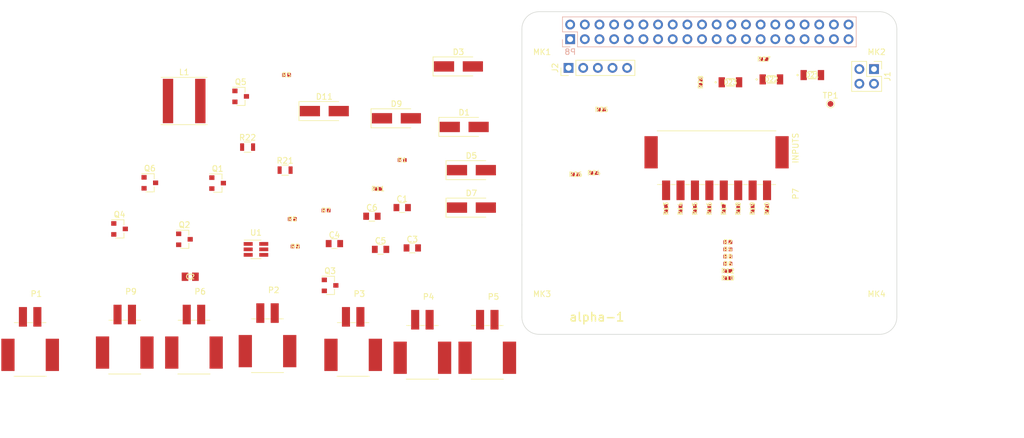
<source format=kicad_pcb>
(kicad_pcb (version 4) (host pcbnew 4.0.7+dfsg1-1)

  (general
    (links 107)
    (no_connects 107)
    (area 199.949999 93.949999 265.050001 150.050001)
    (thickness 1.6)
    (drawings 40)
    (tracks 0)
    (zones 0)
    (modules 66)
    (nets 76)
  )

  (page A3)
  (title_block
    (date "15 nov 2012")
  )

  (layers
    (0 F.Cu signal)
    (31 B.Cu signal)
    (32 B.Adhes user)
    (33 F.Adhes user)
    (34 B.Paste user)
    (35 F.Paste user)
    (36 B.SilkS user)
    (37 F.SilkS user)
    (38 B.Mask user)
    (39 F.Mask user)
    (40 Dwgs.User user)
    (41 Cmts.User user)
    (42 Eco1.User user)
    (43 Eco2.User user)
    (44 Edge.Cuts user)
    (46 B.CrtYd user)
    (47 F.CrtYd user)
    (48 B.Fab user)
    (49 F.Fab user)
  )

  (setup
    (last_trace_width 0.2)
    (trace_clearance 0.2)
    (zone_clearance 0.508)
    (zone_45_only no)
    (trace_min 0.1524)
    (segment_width 0.1)
    (edge_width 0.1)
    (via_size 0.9)
    (via_drill 0.6)
    (via_min_size 0.8)
    (via_min_drill 0.5)
    (uvia_size 0.5)
    (uvia_drill 0.1)
    (uvias_allowed no)
    (uvia_min_size 0.5)
    (uvia_min_drill 0.1)
    (pcb_text_width 0.3)
    (pcb_text_size 1 1)
    (mod_edge_width 0.15)
    (mod_text_size 1 1)
    (mod_text_width 0.15)
    (pad_size 2.5 2.5)
    (pad_drill 2.5)
    (pad_to_mask_clearance 0)
    (aux_axis_origin 200 150)
    (grid_origin 200 150)
    (visible_elements 7FFFFFFF)
    (pcbplotparams
      (layerselection 0x00030_80000001)
      (usegerberextensions true)
      (excludeedgelayer true)
      (linewidth 0.150000)
      (plotframeref false)
      (viasonmask false)
      (mode 1)
      (useauxorigin false)
      (hpglpennumber 1)
      (hpglpenspeed 20)
      (hpglpendiameter 15)
      (hpglpenoverlay 2)
      (psnegative false)
      (psa4output false)
      (plotreference true)
      (plotvalue true)
      (plotinvisibletext false)
      (padsonsilk false)
      (subtractmaskfromsilk false)
      (outputformat 1)
      (mirror false)
      (drillshape 1)
      (scaleselection 1)
      (outputdirectory ""))
  )

  (net 0 "")
  (net 1 +3V3)
  (net 2 +5V)
  (net 3 GND)
  (net 4 /ID_SD)
  (net 5 /ID_SC)
  (net 6 /GPIO5)
  (net 7 /GPIO6)
  (net 8 /GPIO26)
  (net 9 "/GPIO2(SDA1)")
  (net 10 "/GPIO3(SCL1)")
  (net 11 "/GPIO4(GCLK)")
  (net 12 "/GPIO14(TXD0)")
  (net 13 "/GPIO15(RXD0)")
  (net 14 "/GPIO17(GEN0)")
  (net 15 "/GPIO27(GEN2)")
  (net 16 "/GPIO22(GEN3)")
  (net 17 "/GPIO23(GEN4)")
  (net 18 "/GPIO24(GEN5)")
  (net 19 "/GPIO25(GEN6)")
  (net 20 "/GPIO18(GEN1)(PWM0)")
  (net 21 "/GPIO10(SPI0_MOSI)")
  (net 22 "/GPIO9(SPI0_MISO)")
  (net 23 "/GPIO11(SPI0_SCK)")
  (net 24 "/GPIO8(SPI0_CE_N)")
  (net 25 "/GPIO7(SPI1_CE_N)")
  (net 26 "/GPIO12(PWM0)")
  (net 27 "/GPIO13(PWM1)")
  (net 28 "/GPIO19(SPI1_MISO)")
  (net 29 /GPIO16)
  (net 30 "/GPIO20(SPI1_MOSI)")
  (net 31 "/GPIO21(SPI1_SCK)")
  (net 32 "Net-(C1-Pad1)")
  (net 33 "Net-(C1-Pad2)")
  (net 34 Vin)
  (net 35 "Net-(C4-Pad2)")
  (net 36 "Net-(D1-Pad2)")
  (net 37 "Net-(D3-Pad2)")
  (net 38 "Net-(D5-Pad2)")
  (net 39 "Net-(D7-Pad2)")
  (net 40 "Net-(D9-Pad2)")
  (net 41 "Net-(D11-Pad2)")
  (net 42 /SWITCH_1)
  (net 43 /SWITCH_2)
  (net 44 /SWITCH_3)
  (net 45 /SWITCH_4)
  (net 46 /SWITCH_5)
  (net 47 /SWITCH_6)
  (net 48 "Net-(U1-Pad5)")
  (net 49 "Net-(D21-Pad1)")
  (net 50 "Net-(D22-Pad1)")
  (net 51 "Net-(D23-Pad1)")
  (net 52 +12V)
  (net 53 "Net-(P7-Pad2)")
  (net 54 "Net-(P7-Pad1)")
  (net 55 "Net-(P7-Pad3)")
  (net 56 "Net-(P7-Pad4)")
  (net 57 "Net-(P7-Pad5)")
  (net 58 "Net-(P7-Pad6)")
  (net 59 "Net-(P7-Pad7)")
  (net 60 "Net-(P7-Pad8)")
  (net 61 "Net-(D2-Pad1)")
  (net 62 "Net-(D4-Pad1)")
  (net 63 "Net-(D6-Pad1)")
  (net 64 "Net-(D8-Pad1)")
  (net 65 "Net-(D10-Pad1)")
  (net 66 "Net-(D12-Pad1)")
  (net 67 /INPUT_1)
  (net 68 /INPUT_2)
  (net 69 /INPUT_3)
  (net 70 /INPUT_4)
  (net 71 /INPUT_5)
  (net 72 /INPUT_6)
  (net 73 /INPUT_7)
  (net 74 /INPUT_8)
  (net 75 "Net-(R26-Pad2)")

  (net_class Default "This is the default net class."
    (clearance 0.2)
    (trace_width 0.2)
    (via_dia 0.9)
    (via_drill 0.6)
    (uvia_dia 0.5)
    (uvia_drill 0.1)
    (add_net +12V)
    (add_net +3V3)
    (add_net +5V)
    (add_net "/GPIO10(SPI0_MOSI)")
    (add_net "/GPIO11(SPI0_SCK)")
    (add_net "/GPIO12(PWM0)")
    (add_net "/GPIO13(PWM1)")
    (add_net "/GPIO14(TXD0)")
    (add_net "/GPIO15(RXD0)")
    (add_net /GPIO16)
    (add_net "/GPIO17(GEN0)")
    (add_net "/GPIO18(GEN1)(PWM0)")
    (add_net "/GPIO19(SPI1_MISO)")
    (add_net "/GPIO2(SDA1)")
    (add_net "/GPIO20(SPI1_MOSI)")
    (add_net "/GPIO21(SPI1_SCK)")
    (add_net "/GPIO22(GEN3)")
    (add_net "/GPIO23(GEN4)")
    (add_net "/GPIO24(GEN5)")
    (add_net "/GPIO25(GEN6)")
    (add_net /GPIO26)
    (add_net "/GPIO27(GEN2)")
    (add_net "/GPIO3(SCL1)")
    (add_net "/GPIO4(GCLK)")
    (add_net /GPIO5)
    (add_net /GPIO6)
    (add_net "/GPIO7(SPI1_CE_N)")
    (add_net "/GPIO8(SPI0_CE_N)")
    (add_net "/GPIO9(SPI0_MISO)")
    (add_net /ID_SC)
    (add_net /ID_SD)
    (add_net /INPUT_1)
    (add_net /INPUT_2)
    (add_net /INPUT_3)
    (add_net /INPUT_4)
    (add_net /INPUT_5)
    (add_net /INPUT_6)
    (add_net /INPUT_7)
    (add_net /INPUT_8)
    (add_net /SWITCH_1)
    (add_net /SWITCH_2)
    (add_net /SWITCH_3)
    (add_net /SWITCH_4)
    (add_net /SWITCH_5)
    (add_net /SWITCH_6)
    (add_net GND)
    (add_net "Net-(C1-Pad1)")
    (add_net "Net-(C1-Pad2)")
    (add_net "Net-(C4-Pad2)")
    (add_net "Net-(D1-Pad2)")
    (add_net "Net-(D10-Pad1)")
    (add_net "Net-(D11-Pad2)")
    (add_net "Net-(D12-Pad1)")
    (add_net "Net-(D2-Pad1)")
    (add_net "Net-(D21-Pad1)")
    (add_net "Net-(D22-Pad1)")
    (add_net "Net-(D23-Pad1)")
    (add_net "Net-(D3-Pad2)")
    (add_net "Net-(D4-Pad1)")
    (add_net "Net-(D5-Pad2)")
    (add_net "Net-(D6-Pad1)")
    (add_net "Net-(D7-Pad2)")
    (add_net "Net-(D8-Pad1)")
    (add_net "Net-(D9-Pad2)")
    (add_net "Net-(P7-Pad1)")
    (add_net "Net-(P7-Pad2)")
    (add_net "Net-(P7-Pad3)")
    (add_net "Net-(P7-Pad4)")
    (add_net "Net-(P7-Pad5)")
    (add_net "Net-(P7-Pad6)")
    (add_net "Net-(P7-Pad7)")
    (add_net "Net-(P7-Pad8)")
    (add_net "Net-(R26-Pad2)")
    (add_net "Net-(U1-Pad5)")
    (add_net Vin)
  )

  (net_class Power ""
    (clearance 0.2)
    (trace_width 0.5)
    (via_dia 1)
    (via_drill 0.7)
    (uvia_dia 0.5)
    (uvia_drill 0.1)
  )

  (module Socket_Strips:Socket_Strip_Straight_2x20_Pitch2.54mm (layer B.Cu) (tedit 5A05CC7C) (tstamp 580C7F66)
    (at 208.37 98.77 270)
    (descr "Through hole straight socket strip, 2x20, 2.54mm pitch, double rows")
    (tags "Through hole socket strip THT 2x20 2.54mm double row")
    (path /59AD464A)
    (fp_text reference P8 (at 2.208 -0.012 360) (layer B.SilkS)
      (effects (font (size 1 1) (thickness 0.15)) (justify mirror))
    )
    (fp_text value RASPBERRY_PI (at -1.27 -50.59 270) (layer B.Fab)
      (effects (font (size 1 1) (thickness 0.15)) (justify mirror))
    )
    (fp_line (start -3.81 1.27) (end -3.81 -49.53) (layer B.Fab) (width 0.1))
    (fp_line (start -3.81 -49.53) (end 1.27 -49.53) (layer B.Fab) (width 0.1))
    (fp_line (start 1.27 -49.53) (end 1.27 1.27) (layer B.Fab) (width 0.1))
    (fp_line (start 1.27 1.27) (end -3.81 1.27) (layer B.Fab) (width 0.1))
    (fp_line (start 1.33 -1.27) (end 1.33 -49.59) (layer B.SilkS) (width 0.12))
    (fp_line (start 1.33 -49.59) (end -3.87 -49.59) (layer B.SilkS) (width 0.12))
    (fp_line (start -3.87 -49.59) (end -3.87 1.33) (layer B.SilkS) (width 0.12))
    (fp_line (start -3.87 1.33) (end -1.27 1.33) (layer B.SilkS) (width 0.12))
    (fp_line (start -1.27 1.33) (end -1.27 -1.27) (layer B.SilkS) (width 0.12))
    (fp_line (start -1.27 -1.27) (end 1.33 -1.27) (layer B.SilkS) (width 0.12))
    (fp_line (start 1.33 0) (end 1.33 1.33) (layer B.SilkS) (width 0.12))
    (fp_line (start 1.33 1.33) (end 0.06 1.33) (layer B.SilkS) (width 0.12))
    (fp_line (start -4.35 1.8) (end -4.35 -50.05) (layer B.CrtYd) (width 0.05))
    (fp_line (start -4.35 -50.05) (end 1.8 -50.05) (layer B.CrtYd) (width 0.05))
    (fp_line (start 1.8 -50.05) (end 1.8 1.8) (layer B.CrtYd) (width 0.05))
    (fp_line (start 1.8 1.8) (end -4.35 1.8) (layer B.CrtYd) (width 0.05))
    (fp_text user %R (at -1.27 2.33 270) (layer B.Fab)
      (effects (font (size 1 1) (thickness 0.15)) (justify mirror))
    )
    (pad 1 thru_hole rect (at 0 0 270) (size 1.7 1.7) (drill 1) (layers *.Cu *.Mask)
      (net 1 +3V3))
    (pad 2 thru_hole oval (at -2.54 0 270) (size 1.7 1.7) (drill 1) (layers *.Cu *.Mask)
      (net 2 +5V))
    (pad 3 thru_hole oval (at 0 -2.54 270) (size 1.7 1.7) (drill 1) (layers *.Cu *.Mask)
      (net 9 "/GPIO2(SDA1)"))
    (pad 4 thru_hole oval (at -2.54 -2.54 270) (size 1.7 1.7) (drill 1) (layers *.Cu *.Mask)
      (net 2 +5V))
    (pad 5 thru_hole oval (at 0 -5.08 270) (size 1.7 1.7) (drill 1) (layers *.Cu *.Mask)
      (net 10 "/GPIO3(SCL1)"))
    (pad 6 thru_hole oval (at -2.54 -5.08 270) (size 1.7 1.7) (drill 1) (layers *.Cu *.Mask)
      (net 3 GND))
    (pad 7 thru_hole oval (at 0 -7.62 270) (size 1.7 1.7) (drill 1) (layers *.Cu *.Mask)
      (net 11 "/GPIO4(GCLK)"))
    (pad 8 thru_hole oval (at -2.54 -7.62 270) (size 1.7 1.7) (drill 1) (layers *.Cu *.Mask)
      (net 12 "/GPIO14(TXD0)"))
    (pad 9 thru_hole oval (at 0 -10.16 270) (size 1.7 1.7) (drill 1) (layers *.Cu *.Mask)
      (net 3 GND))
    (pad 10 thru_hole oval (at -2.54 -10.16 270) (size 1.7 1.7) (drill 1) (layers *.Cu *.Mask)
      (net 13 "/GPIO15(RXD0)"))
    (pad 11 thru_hole oval (at 0 -12.7 270) (size 1.7 1.7) (drill 1) (layers *.Cu *.Mask)
      (net 14 "/GPIO17(GEN0)"))
    (pad 12 thru_hole oval (at -2.54 -12.7 270) (size 1.7 1.7) (drill 1) (layers *.Cu *.Mask)
      (net 20 "/GPIO18(GEN1)(PWM0)"))
    (pad 13 thru_hole oval (at 0 -15.24 270) (size 1.7 1.7) (drill 1) (layers *.Cu *.Mask)
      (net 15 "/GPIO27(GEN2)"))
    (pad 14 thru_hole oval (at -2.54 -15.24 270) (size 1.7 1.7) (drill 1) (layers *.Cu *.Mask)
      (net 3 GND))
    (pad 15 thru_hole oval (at 0 -17.78 270) (size 1.7 1.7) (drill 1) (layers *.Cu *.Mask)
      (net 16 "/GPIO22(GEN3)"))
    (pad 16 thru_hole oval (at -2.54 -17.78 270) (size 1.7 1.7) (drill 1) (layers *.Cu *.Mask)
      (net 17 "/GPIO23(GEN4)"))
    (pad 17 thru_hole oval (at 0 -20.32 270) (size 1.7 1.7) (drill 1) (layers *.Cu *.Mask)
      (net 1 +3V3))
    (pad 18 thru_hole oval (at -2.54 -20.32 270) (size 1.7 1.7) (drill 1) (layers *.Cu *.Mask)
      (net 18 "/GPIO24(GEN5)"))
    (pad 19 thru_hole oval (at 0 -22.86 270) (size 1.7 1.7) (drill 1) (layers *.Cu *.Mask)
      (net 21 "/GPIO10(SPI0_MOSI)"))
    (pad 20 thru_hole oval (at -2.54 -22.86 270) (size 1.7 1.7) (drill 1) (layers *.Cu *.Mask)
      (net 3 GND))
    (pad 21 thru_hole oval (at 0 -25.4 270) (size 1.7 1.7) (drill 1) (layers *.Cu *.Mask)
      (net 22 "/GPIO9(SPI0_MISO)"))
    (pad 22 thru_hole oval (at -2.54 -25.4 270) (size 1.7 1.7) (drill 1) (layers *.Cu *.Mask)
      (net 19 "/GPIO25(GEN6)"))
    (pad 23 thru_hole oval (at 0 -27.94 270) (size 1.7 1.7) (drill 1) (layers *.Cu *.Mask)
      (net 23 "/GPIO11(SPI0_SCK)"))
    (pad 24 thru_hole oval (at -2.54 -27.94 270) (size 1.7 1.7) (drill 1) (layers *.Cu *.Mask)
      (net 24 "/GPIO8(SPI0_CE_N)"))
    (pad 25 thru_hole oval (at 0 -30.48 270) (size 1.7 1.7) (drill 1) (layers *.Cu *.Mask)
      (net 3 GND))
    (pad 26 thru_hole oval (at -2.54 -30.48 270) (size 1.7 1.7) (drill 1) (layers *.Cu *.Mask)
      (net 25 "/GPIO7(SPI1_CE_N)"))
    (pad 27 thru_hole oval (at 0 -33.02 270) (size 1.7 1.7) (drill 1) (layers *.Cu *.Mask)
      (net 4 /ID_SD))
    (pad 28 thru_hole oval (at -2.54 -33.02 270) (size 1.7 1.7) (drill 1) (layers *.Cu *.Mask)
      (net 5 /ID_SC))
    (pad 29 thru_hole oval (at 0 -35.56 270) (size 1.7 1.7) (drill 1) (layers *.Cu *.Mask)
      (net 6 /GPIO5))
    (pad 30 thru_hole oval (at -2.54 -35.56 270) (size 1.7 1.7) (drill 1) (layers *.Cu *.Mask)
      (net 3 GND))
    (pad 31 thru_hole oval (at 0 -38.1 270) (size 1.7 1.7) (drill 1) (layers *.Cu *.Mask)
      (net 7 /GPIO6))
    (pad 32 thru_hole oval (at -2.54 -38.1 270) (size 1.7 1.7) (drill 1) (layers *.Cu *.Mask)
      (net 26 "/GPIO12(PWM0)"))
    (pad 33 thru_hole oval (at 0 -40.64 270) (size 1.7 1.7) (drill 1) (layers *.Cu *.Mask)
      (net 27 "/GPIO13(PWM1)"))
    (pad 34 thru_hole oval (at -2.54 -40.64 270) (size 1.7 1.7) (drill 1) (layers *.Cu *.Mask)
      (net 3 GND))
    (pad 35 thru_hole oval (at 0 -43.18 270) (size 1.7 1.7) (drill 1) (layers *.Cu *.Mask)
      (net 28 "/GPIO19(SPI1_MISO)"))
    (pad 36 thru_hole oval (at -2.54 -43.18 270) (size 1.7 1.7) (drill 1) (layers *.Cu *.Mask)
      (net 29 /GPIO16))
    (pad 37 thru_hole oval (at 0 -45.72 270) (size 1.7 1.7) (drill 1) (layers *.Cu *.Mask)
      (net 8 /GPIO26))
    (pad 38 thru_hole oval (at -2.54 -45.72 270) (size 1.7 1.7) (drill 1) (layers *.Cu *.Mask)
      (net 30 "/GPIO20(SPI1_MOSI)"))
    (pad 39 thru_hole oval (at 0 -48.26 270) (size 1.7 1.7) (drill 1) (layers *.Cu *.Mask)
      (net 3 GND))
    (pad 40 thru_hole oval (at -2.54 -48.26 270) (size 1.7 1.7) (drill 1) (layers *.Cu *.Mask)
      (net 31 "/GPIO21(SPI1_SCK)"))
    (model ${KISYS3DMOD}/Socket_Strips.3dshapes/Socket_Strip_Straight_2x20_Pitch2.54mm.wrl
      (at (xyz -0.05 -0.95 0))
      (scale (xyz 1 1 1))
      (rotate (xyz 0 0 270))
    )
  )

  (module Capacitors_SMD:C_0805 (layer F.Cu) (tedit 58AA8463) (tstamp 5A11FFE3)
    (at 179.25 128)
    (descr "Capacitor SMD 0805, reflow soldering, AVX (see smccp.pdf)")
    (tags "capacitor 0805")
    (path /5A06019C)
    (attr smd)
    (fp_text reference C1 (at 0 -1.5) (layer F.SilkS)
      (effects (font (size 1 1) (thickness 0.15)))
    )
    (fp_text value 0.1u (at 0 1.75) (layer F.Fab)
      (effects (font (size 1 1) (thickness 0.15)))
    )
    (fp_text user %R (at 0 -1.5) (layer F.Fab)
      (effects (font (size 1 1) (thickness 0.15)))
    )
    (fp_line (start -1 0.62) (end -1 -0.62) (layer F.Fab) (width 0.1))
    (fp_line (start 1 0.62) (end -1 0.62) (layer F.Fab) (width 0.1))
    (fp_line (start 1 -0.62) (end 1 0.62) (layer F.Fab) (width 0.1))
    (fp_line (start -1 -0.62) (end 1 -0.62) (layer F.Fab) (width 0.1))
    (fp_line (start 0.5 -0.85) (end -0.5 -0.85) (layer F.SilkS) (width 0.12))
    (fp_line (start -0.5 0.85) (end 0.5 0.85) (layer F.SilkS) (width 0.12))
    (fp_line (start -1.75 -0.88) (end 1.75 -0.88) (layer F.CrtYd) (width 0.05))
    (fp_line (start -1.75 -0.88) (end -1.75 0.87) (layer F.CrtYd) (width 0.05))
    (fp_line (start 1.75 0.87) (end 1.75 -0.88) (layer F.CrtYd) (width 0.05))
    (fp_line (start 1.75 0.87) (end -1.75 0.87) (layer F.CrtYd) (width 0.05))
    (pad 1 smd rect (at -1 0) (size 1 1.25) (layers F.Cu F.Paste F.Mask)
      (net 32 "Net-(C1-Pad1)"))
    (pad 2 smd rect (at 1 0) (size 1 1.25) (layers F.Cu F.Paste F.Mask)
      (net 33 "Net-(C1-Pad2)"))
    (model Capacitors_SMD.3dshapes/C_0805.wrl
      (at (xyz 0 0 0))
      (scale (xyz 1 1 1))
      (rotate (xyz 0 0 0))
    )
  )

  (module Capacitors_SMD:C_0805 (layer F.Cu) (tedit 58AA8463) (tstamp 5A11FFEF)
    (at 181 135)
    (descr "Capacitor SMD 0805, reflow soldering, AVX (see smccp.pdf)")
    (tags "capacitor 0805")
    (path /5A06012E)
    (attr smd)
    (fp_text reference C3 (at 0 -1.5) (layer F.SilkS)
      (effects (font (size 1 1) (thickness 0.15)))
    )
    (fp_text value 0.1u (at 0 1.75) (layer F.Fab)
      (effects (font (size 1 1) (thickness 0.15)))
    )
    (fp_text user %R (at 0 -1.5) (layer F.Fab)
      (effects (font (size 1 1) (thickness 0.15)))
    )
    (fp_line (start -1 0.62) (end -1 -0.62) (layer F.Fab) (width 0.1))
    (fp_line (start 1 0.62) (end -1 0.62) (layer F.Fab) (width 0.1))
    (fp_line (start 1 -0.62) (end 1 0.62) (layer F.Fab) (width 0.1))
    (fp_line (start -1 -0.62) (end 1 -0.62) (layer F.Fab) (width 0.1))
    (fp_line (start 0.5 -0.85) (end -0.5 -0.85) (layer F.SilkS) (width 0.12))
    (fp_line (start -0.5 0.85) (end 0.5 0.85) (layer F.SilkS) (width 0.12))
    (fp_line (start -1.75 -0.88) (end 1.75 -0.88) (layer F.CrtYd) (width 0.05))
    (fp_line (start -1.75 -0.88) (end -1.75 0.87) (layer F.CrtYd) (width 0.05))
    (fp_line (start 1.75 0.87) (end 1.75 -0.88) (layer F.CrtYd) (width 0.05))
    (fp_line (start 1.75 0.87) (end -1.75 0.87) (layer F.CrtYd) (width 0.05))
    (pad 1 smd rect (at -1 0) (size 1 1.25) (layers F.Cu F.Paste F.Mask)
      (net 52 +12V))
    (pad 2 smd rect (at 1 0) (size 1 1.25) (layers F.Cu F.Paste F.Mask)
      (net 3 GND))
    (model Capacitors_SMD.3dshapes/C_0805.wrl
      (at (xyz 0 0 0))
      (scale (xyz 1 1 1))
      (rotate (xyz 0 0 0))
    )
  )

  (module Capacitors_SMD:C_0805 (layer F.Cu) (tedit 58AA8463) (tstamp 5A11FFF5)
    (at 167.5 134.25)
    (descr "Capacitor SMD 0805, reflow soldering, AVX (see smccp.pdf)")
    (tags "capacitor 0805")
    (path /5A0601C5)
    (attr smd)
    (fp_text reference C4 (at 0 -1.5) (layer F.SilkS)
      (effects (font (size 1 1) (thickness 0.15)))
    )
    (fp_text value 75p (at 0 1.75) (layer F.Fab)
      (effects (font (size 1 1) (thickness 0.15)))
    )
    (fp_text user %R (at 0 -1.5) (layer F.Fab)
      (effects (font (size 1 1) (thickness 0.15)))
    )
    (fp_line (start -1 0.62) (end -1 -0.62) (layer F.Fab) (width 0.1))
    (fp_line (start 1 0.62) (end -1 0.62) (layer F.Fab) (width 0.1))
    (fp_line (start 1 -0.62) (end 1 0.62) (layer F.Fab) (width 0.1))
    (fp_line (start -1 -0.62) (end 1 -0.62) (layer F.Fab) (width 0.1))
    (fp_line (start 0.5 -0.85) (end -0.5 -0.85) (layer F.SilkS) (width 0.12))
    (fp_line (start -0.5 0.85) (end 0.5 0.85) (layer F.SilkS) (width 0.12))
    (fp_line (start -1.75 -0.88) (end 1.75 -0.88) (layer F.CrtYd) (width 0.05))
    (fp_line (start -1.75 -0.88) (end -1.75 0.87) (layer F.CrtYd) (width 0.05))
    (fp_line (start 1.75 0.87) (end 1.75 -0.88) (layer F.CrtYd) (width 0.05))
    (fp_line (start 1.75 0.87) (end -1.75 0.87) (layer F.CrtYd) (width 0.05))
    (pad 1 smd rect (at -1 0) (size 1 1.25) (layers F.Cu F.Paste F.Mask)
      (net 2 +5V))
    (pad 2 smd rect (at 1 0) (size 1 1.25) (layers F.Cu F.Paste F.Mask)
      (net 35 "Net-(C4-Pad2)"))
    (model Capacitors_SMD.3dshapes/C_0805.wrl
      (at (xyz 0 0 0))
      (scale (xyz 1 1 1))
      (rotate (xyz 0 0 0))
    )
  )

  (module Capacitors_SMD:C_0805 (layer F.Cu) (tedit 58AA8463) (tstamp 5A11FFFB)
    (at 175.5 135.25)
    (descr "Capacitor SMD 0805, reflow soldering, AVX (see smccp.pdf)")
    (tags "capacitor 0805")
    (path /5A060138)
    (attr smd)
    (fp_text reference C5 (at 0 -1.5) (layer F.SilkS)
      (effects (font (size 1 1) (thickness 0.15)))
    )
    (fp_text value 22u (at 0 1.75) (layer F.Fab)
      (effects (font (size 1 1) (thickness 0.15)))
    )
    (fp_text user %R (at 0 -1.5) (layer F.Fab)
      (effects (font (size 1 1) (thickness 0.15)))
    )
    (fp_line (start -1 0.62) (end -1 -0.62) (layer F.Fab) (width 0.1))
    (fp_line (start 1 0.62) (end -1 0.62) (layer F.Fab) (width 0.1))
    (fp_line (start 1 -0.62) (end 1 0.62) (layer F.Fab) (width 0.1))
    (fp_line (start -1 -0.62) (end 1 -0.62) (layer F.Fab) (width 0.1))
    (fp_line (start 0.5 -0.85) (end -0.5 -0.85) (layer F.SilkS) (width 0.12))
    (fp_line (start -0.5 0.85) (end 0.5 0.85) (layer F.SilkS) (width 0.12))
    (fp_line (start -1.75 -0.88) (end 1.75 -0.88) (layer F.CrtYd) (width 0.05))
    (fp_line (start -1.75 -0.88) (end -1.75 0.87) (layer F.CrtYd) (width 0.05))
    (fp_line (start 1.75 0.87) (end 1.75 -0.88) (layer F.CrtYd) (width 0.05))
    (fp_line (start 1.75 0.87) (end -1.75 0.87) (layer F.CrtYd) (width 0.05))
    (pad 1 smd rect (at -1 0) (size 1 1.25) (layers F.Cu F.Paste F.Mask)
      (net 2 +5V))
    (pad 2 smd rect (at 1 0) (size 1 1.25) (layers F.Cu F.Paste F.Mask)
      (net 3 GND))
    (model Capacitors_SMD.3dshapes/C_0805.wrl
      (at (xyz 0 0 0))
      (scale (xyz 1 1 1))
      (rotate (xyz 0 0 0))
    )
  )

  (module Capacitors_SMD:C_0805 (layer F.Cu) (tedit 58AA8463) (tstamp 5A120001)
    (at 174 129.5)
    (descr "Capacitor SMD 0805, reflow soldering, AVX (see smccp.pdf)")
    (tags "capacitor 0805")
    (path /5A06014C)
    (attr smd)
    (fp_text reference C6 (at 0 -1.5) (layer F.SilkS)
      (effects (font (size 1 1) (thickness 0.15)))
    )
    (fp_text value 22u (at 0 1.75) (layer F.Fab)
      (effects (font (size 1 1) (thickness 0.15)))
    )
    (fp_text user %R (at 0 -1.5) (layer F.Fab)
      (effects (font (size 1 1) (thickness 0.15)))
    )
    (fp_line (start -1 0.62) (end -1 -0.62) (layer F.Fab) (width 0.1))
    (fp_line (start 1 0.62) (end -1 0.62) (layer F.Fab) (width 0.1))
    (fp_line (start 1 -0.62) (end 1 0.62) (layer F.Fab) (width 0.1))
    (fp_line (start -1 -0.62) (end 1 -0.62) (layer F.Fab) (width 0.1))
    (fp_line (start 0.5 -0.85) (end -0.5 -0.85) (layer F.SilkS) (width 0.12))
    (fp_line (start -0.5 0.85) (end 0.5 0.85) (layer F.SilkS) (width 0.12))
    (fp_line (start -1.75 -0.88) (end 1.75 -0.88) (layer F.CrtYd) (width 0.05))
    (fp_line (start -1.75 -0.88) (end -1.75 0.87) (layer F.CrtYd) (width 0.05))
    (fp_line (start 1.75 0.87) (end 1.75 -0.88) (layer F.CrtYd) (width 0.05))
    (fp_line (start 1.75 0.87) (end -1.75 0.87) (layer F.CrtYd) (width 0.05))
    (pad 1 smd rect (at -1 0) (size 1 1.25) (layers F.Cu F.Paste F.Mask)
      (net 2 +5V))
    (pad 2 smd rect (at 1 0) (size 1 1.25) (layers F.Cu F.Paste F.Mask)
      (net 3 GND))
    (model Capacitors_SMD.3dshapes/C_0805.wrl
      (at (xyz 0 0 0))
      (scale (xyz 1 1 1))
      (rotate (xyz 0 0 0))
    )
  )

  (module Diodes_SMD:D_SMA_Handsoldering (layer F.Cu) (tedit 58643398) (tstamp 5A120007)
    (at 190 114)
    (descr "Diode SMA (DO-214AC) Handsoldering")
    (tags "Diode SMA (DO-214AC) Handsoldering")
    (path /5A061983)
    (attr smd)
    (fp_text reference D1 (at 0 -2.5) (layer F.SilkS)
      (effects (font (size 1 1) (thickness 0.15)))
    )
    (fp_text value S1MTR (at 0 2.6) (layer F.Fab)
      (effects (font (size 1 1) (thickness 0.15)))
    )
    (fp_text user %R (at 0 -2.5) (layer F.Fab)
      (effects (font (size 1 1) (thickness 0.15)))
    )
    (fp_line (start -4.4 -1.65) (end -4.4 1.65) (layer F.SilkS) (width 0.12))
    (fp_line (start 2.3 1.5) (end -2.3 1.5) (layer F.Fab) (width 0.1))
    (fp_line (start -2.3 1.5) (end -2.3 -1.5) (layer F.Fab) (width 0.1))
    (fp_line (start 2.3 -1.5) (end 2.3 1.5) (layer F.Fab) (width 0.1))
    (fp_line (start 2.3 -1.5) (end -2.3 -1.5) (layer F.Fab) (width 0.1))
    (fp_line (start -4.5 -1.75) (end 4.5 -1.75) (layer F.CrtYd) (width 0.05))
    (fp_line (start 4.5 -1.75) (end 4.5 1.75) (layer F.CrtYd) (width 0.05))
    (fp_line (start 4.5 1.75) (end -4.5 1.75) (layer F.CrtYd) (width 0.05))
    (fp_line (start -4.5 1.75) (end -4.5 -1.75) (layer F.CrtYd) (width 0.05))
    (fp_line (start -0.64944 0.00102) (end -1.55114 0.00102) (layer F.Fab) (width 0.1))
    (fp_line (start 0.50118 0.00102) (end 1.4994 0.00102) (layer F.Fab) (width 0.1))
    (fp_line (start -0.64944 -0.79908) (end -0.64944 0.80112) (layer F.Fab) (width 0.1))
    (fp_line (start 0.50118 0.75032) (end 0.50118 -0.79908) (layer F.Fab) (width 0.1))
    (fp_line (start -0.64944 0.00102) (end 0.50118 0.75032) (layer F.Fab) (width 0.1))
    (fp_line (start -0.64944 0.00102) (end 0.50118 -0.79908) (layer F.Fab) (width 0.1))
    (fp_line (start -4.4 1.65) (end 2.5 1.65) (layer F.SilkS) (width 0.12))
    (fp_line (start -4.4 -1.65) (end 2.5 -1.65) (layer F.SilkS) (width 0.12))
    (pad 1 smd rect (at -2.5 0) (size 3.5 1.8) (layers F.Cu F.Paste F.Mask)
      (net 34 Vin))
    (pad 2 smd rect (at 2.5 0) (size 3.5 1.8) (layers F.Cu F.Paste F.Mask)
      (net 36 "Net-(D1-Pad2)"))
    (model ${KISYS3DMOD}/Diodes_SMD.3dshapes/D_SMA.wrl
      (at (xyz 0 0 0))
      (scale (xyz 1 1 1))
      (rotate (xyz 0 0 0))
    )
  )

  (module Diodes_SMD:D_SMA_Handsoldering (layer F.Cu) (tedit 58643398) (tstamp 5A12000D)
    (at 189 103.5)
    (descr "Diode SMA (DO-214AC) Handsoldering")
    (tags "Diode SMA (DO-214AC) Handsoldering")
    (path /5A01619F)
    (attr smd)
    (fp_text reference D3 (at 0 -2.5) (layer F.SilkS)
      (effects (font (size 1 1) (thickness 0.15)))
    )
    (fp_text value S1MTR (at 0 2.6) (layer F.Fab)
      (effects (font (size 1 1) (thickness 0.15)))
    )
    (fp_text user %R (at 0 -2.5) (layer F.Fab)
      (effects (font (size 1 1) (thickness 0.15)))
    )
    (fp_line (start -4.4 -1.65) (end -4.4 1.65) (layer F.SilkS) (width 0.12))
    (fp_line (start 2.3 1.5) (end -2.3 1.5) (layer F.Fab) (width 0.1))
    (fp_line (start -2.3 1.5) (end -2.3 -1.5) (layer F.Fab) (width 0.1))
    (fp_line (start 2.3 -1.5) (end 2.3 1.5) (layer F.Fab) (width 0.1))
    (fp_line (start 2.3 -1.5) (end -2.3 -1.5) (layer F.Fab) (width 0.1))
    (fp_line (start -4.5 -1.75) (end 4.5 -1.75) (layer F.CrtYd) (width 0.05))
    (fp_line (start 4.5 -1.75) (end 4.5 1.75) (layer F.CrtYd) (width 0.05))
    (fp_line (start 4.5 1.75) (end -4.5 1.75) (layer F.CrtYd) (width 0.05))
    (fp_line (start -4.5 1.75) (end -4.5 -1.75) (layer F.CrtYd) (width 0.05))
    (fp_line (start -0.64944 0.00102) (end -1.55114 0.00102) (layer F.Fab) (width 0.1))
    (fp_line (start 0.50118 0.00102) (end 1.4994 0.00102) (layer F.Fab) (width 0.1))
    (fp_line (start -0.64944 -0.79908) (end -0.64944 0.80112) (layer F.Fab) (width 0.1))
    (fp_line (start 0.50118 0.75032) (end 0.50118 -0.79908) (layer F.Fab) (width 0.1))
    (fp_line (start -0.64944 0.00102) (end 0.50118 0.75032) (layer F.Fab) (width 0.1))
    (fp_line (start -0.64944 0.00102) (end 0.50118 -0.79908) (layer F.Fab) (width 0.1))
    (fp_line (start -4.4 1.65) (end 2.5 1.65) (layer F.SilkS) (width 0.12))
    (fp_line (start -4.4 -1.65) (end 2.5 -1.65) (layer F.SilkS) (width 0.12))
    (pad 1 smd rect (at -2.5 0) (size 3.5 1.8) (layers F.Cu F.Paste F.Mask)
      (net 34 Vin))
    (pad 2 smd rect (at 2.5 0) (size 3.5 1.8) (layers F.Cu F.Paste F.Mask)
      (net 37 "Net-(D3-Pad2)"))
    (model ${KISYS3DMOD}/Diodes_SMD.3dshapes/D_SMA.wrl
      (at (xyz 0 0 0))
      (scale (xyz 1 1 1))
      (rotate (xyz 0 0 0))
    )
  )

  (module Diodes_SMD:D_SMA_Handsoldering (layer F.Cu) (tedit 58643398) (tstamp 5A120013)
    (at 191.25 121.5)
    (descr "Diode SMA (DO-214AC) Handsoldering")
    (tags "Diode SMA (DO-214AC) Handsoldering")
    (path /5A06B6C1)
    (attr smd)
    (fp_text reference D5 (at 0 -2.5) (layer F.SilkS)
      (effects (font (size 1 1) (thickness 0.15)))
    )
    (fp_text value S1MTR (at 0 2.6) (layer F.Fab)
      (effects (font (size 1 1) (thickness 0.15)))
    )
    (fp_text user %R (at 0 -2.5) (layer F.Fab)
      (effects (font (size 1 1) (thickness 0.15)))
    )
    (fp_line (start -4.4 -1.65) (end -4.4 1.65) (layer F.SilkS) (width 0.12))
    (fp_line (start 2.3 1.5) (end -2.3 1.5) (layer F.Fab) (width 0.1))
    (fp_line (start -2.3 1.5) (end -2.3 -1.5) (layer F.Fab) (width 0.1))
    (fp_line (start 2.3 -1.5) (end 2.3 1.5) (layer F.Fab) (width 0.1))
    (fp_line (start 2.3 -1.5) (end -2.3 -1.5) (layer F.Fab) (width 0.1))
    (fp_line (start -4.5 -1.75) (end 4.5 -1.75) (layer F.CrtYd) (width 0.05))
    (fp_line (start 4.5 -1.75) (end 4.5 1.75) (layer F.CrtYd) (width 0.05))
    (fp_line (start 4.5 1.75) (end -4.5 1.75) (layer F.CrtYd) (width 0.05))
    (fp_line (start -4.5 1.75) (end -4.5 -1.75) (layer F.CrtYd) (width 0.05))
    (fp_line (start -0.64944 0.00102) (end -1.55114 0.00102) (layer F.Fab) (width 0.1))
    (fp_line (start 0.50118 0.00102) (end 1.4994 0.00102) (layer F.Fab) (width 0.1))
    (fp_line (start -0.64944 -0.79908) (end -0.64944 0.80112) (layer F.Fab) (width 0.1))
    (fp_line (start 0.50118 0.75032) (end 0.50118 -0.79908) (layer F.Fab) (width 0.1))
    (fp_line (start -0.64944 0.00102) (end 0.50118 0.75032) (layer F.Fab) (width 0.1))
    (fp_line (start -0.64944 0.00102) (end 0.50118 -0.79908) (layer F.Fab) (width 0.1))
    (fp_line (start -4.4 1.65) (end 2.5 1.65) (layer F.SilkS) (width 0.12))
    (fp_line (start -4.4 -1.65) (end 2.5 -1.65) (layer F.SilkS) (width 0.12))
    (pad 1 smd rect (at -2.5 0) (size 3.5 1.8) (layers F.Cu F.Paste F.Mask)
      (net 34 Vin))
    (pad 2 smd rect (at 2.5 0) (size 3.5 1.8) (layers F.Cu F.Paste F.Mask)
      (net 38 "Net-(D5-Pad2)"))
    (model ${KISYS3DMOD}/Diodes_SMD.3dshapes/D_SMA.wrl
      (at (xyz 0 0 0))
      (scale (xyz 1 1 1))
      (rotate (xyz 0 0 0))
    )
  )

  (module Diodes_SMD:D_SMA_Handsoldering (layer F.Cu) (tedit 58643398) (tstamp 5A120019)
    (at 191.25 128)
    (descr "Diode SMA (DO-214AC) Handsoldering")
    (tags "Diode SMA (DO-214AC) Handsoldering")
    (path /5A06B90F)
    (attr smd)
    (fp_text reference D7 (at 0 -2.5) (layer F.SilkS)
      (effects (font (size 1 1) (thickness 0.15)))
    )
    (fp_text value S1MTR (at 0 2.6) (layer F.Fab)
      (effects (font (size 1 1) (thickness 0.15)))
    )
    (fp_text user %R (at 0 -2.5) (layer F.Fab)
      (effects (font (size 1 1) (thickness 0.15)))
    )
    (fp_line (start -4.4 -1.65) (end -4.4 1.65) (layer F.SilkS) (width 0.12))
    (fp_line (start 2.3 1.5) (end -2.3 1.5) (layer F.Fab) (width 0.1))
    (fp_line (start -2.3 1.5) (end -2.3 -1.5) (layer F.Fab) (width 0.1))
    (fp_line (start 2.3 -1.5) (end 2.3 1.5) (layer F.Fab) (width 0.1))
    (fp_line (start 2.3 -1.5) (end -2.3 -1.5) (layer F.Fab) (width 0.1))
    (fp_line (start -4.5 -1.75) (end 4.5 -1.75) (layer F.CrtYd) (width 0.05))
    (fp_line (start 4.5 -1.75) (end 4.5 1.75) (layer F.CrtYd) (width 0.05))
    (fp_line (start 4.5 1.75) (end -4.5 1.75) (layer F.CrtYd) (width 0.05))
    (fp_line (start -4.5 1.75) (end -4.5 -1.75) (layer F.CrtYd) (width 0.05))
    (fp_line (start -0.64944 0.00102) (end -1.55114 0.00102) (layer F.Fab) (width 0.1))
    (fp_line (start 0.50118 0.00102) (end 1.4994 0.00102) (layer F.Fab) (width 0.1))
    (fp_line (start -0.64944 -0.79908) (end -0.64944 0.80112) (layer F.Fab) (width 0.1))
    (fp_line (start 0.50118 0.75032) (end 0.50118 -0.79908) (layer F.Fab) (width 0.1))
    (fp_line (start -0.64944 0.00102) (end 0.50118 0.75032) (layer F.Fab) (width 0.1))
    (fp_line (start -0.64944 0.00102) (end 0.50118 -0.79908) (layer F.Fab) (width 0.1))
    (fp_line (start -4.4 1.65) (end 2.5 1.65) (layer F.SilkS) (width 0.12))
    (fp_line (start -4.4 -1.65) (end 2.5 -1.65) (layer F.SilkS) (width 0.12))
    (pad 1 smd rect (at -2.5 0) (size 3.5 1.8) (layers F.Cu F.Paste F.Mask)
      (net 34 Vin))
    (pad 2 smd rect (at 2.5 0) (size 3.5 1.8) (layers F.Cu F.Paste F.Mask)
      (net 39 "Net-(D7-Pad2)"))
    (model ${KISYS3DMOD}/Diodes_SMD.3dshapes/D_SMA.wrl
      (at (xyz 0 0 0))
      (scale (xyz 1 1 1))
      (rotate (xyz 0 0 0))
    )
  )

  (module Diodes_SMD:D_SMA_Handsoldering (layer F.Cu) (tedit 58643398) (tstamp 5A12001F)
    (at 178.25 112.5)
    (descr "Diode SMA (DO-214AC) Handsoldering")
    (tags "Diode SMA (DO-214AC) Handsoldering")
    (path /5A075130)
    (attr smd)
    (fp_text reference D9 (at 0 -2.5) (layer F.SilkS)
      (effects (font (size 1 1) (thickness 0.15)))
    )
    (fp_text value S1MTR (at 0 2.6) (layer F.Fab)
      (effects (font (size 1 1) (thickness 0.15)))
    )
    (fp_text user %R (at 0 -2.5) (layer F.Fab)
      (effects (font (size 1 1) (thickness 0.15)))
    )
    (fp_line (start -4.4 -1.65) (end -4.4 1.65) (layer F.SilkS) (width 0.12))
    (fp_line (start 2.3 1.5) (end -2.3 1.5) (layer F.Fab) (width 0.1))
    (fp_line (start -2.3 1.5) (end -2.3 -1.5) (layer F.Fab) (width 0.1))
    (fp_line (start 2.3 -1.5) (end 2.3 1.5) (layer F.Fab) (width 0.1))
    (fp_line (start 2.3 -1.5) (end -2.3 -1.5) (layer F.Fab) (width 0.1))
    (fp_line (start -4.5 -1.75) (end 4.5 -1.75) (layer F.CrtYd) (width 0.05))
    (fp_line (start 4.5 -1.75) (end 4.5 1.75) (layer F.CrtYd) (width 0.05))
    (fp_line (start 4.5 1.75) (end -4.5 1.75) (layer F.CrtYd) (width 0.05))
    (fp_line (start -4.5 1.75) (end -4.5 -1.75) (layer F.CrtYd) (width 0.05))
    (fp_line (start -0.64944 0.00102) (end -1.55114 0.00102) (layer F.Fab) (width 0.1))
    (fp_line (start 0.50118 0.00102) (end 1.4994 0.00102) (layer F.Fab) (width 0.1))
    (fp_line (start -0.64944 -0.79908) (end -0.64944 0.80112) (layer F.Fab) (width 0.1))
    (fp_line (start 0.50118 0.75032) (end 0.50118 -0.79908) (layer F.Fab) (width 0.1))
    (fp_line (start -0.64944 0.00102) (end 0.50118 0.75032) (layer F.Fab) (width 0.1))
    (fp_line (start -0.64944 0.00102) (end 0.50118 -0.79908) (layer F.Fab) (width 0.1))
    (fp_line (start -4.4 1.65) (end 2.5 1.65) (layer F.SilkS) (width 0.12))
    (fp_line (start -4.4 -1.65) (end 2.5 -1.65) (layer F.SilkS) (width 0.12))
    (pad 1 smd rect (at -2.5 0) (size 3.5 1.8) (layers F.Cu F.Paste F.Mask)
      (net 34 Vin))
    (pad 2 smd rect (at 2.5 0) (size 3.5 1.8) (layers F.Cu F.Paste F.Mask)
      (net 40 "Net-(D9-Pad2)"))
    (model ${KISYS3DMOD}/Diodes_SMD.3dshapes/D_SMA.wrl
      (at (xyz 0 0 0))
      (scale (xyz 1 1 1))
      (rotate (xyz 0 0 0))
    )
  )

  (module Diodes_SMD:D_SMA_Handsoldering (layer F.Cu) (tedit 58643398) (tstamp 5A120025)
    (at 165.75 111.25)
    (descr "Diode SMA (DO-214AC) Handsoldering")
    (tags "Diode SMA (DO-214AC) Handsoldering")
    (path /5A07A531)
    (attr smd)
    (fp_text reference D11 (at 0 -2.5) (layer F.SilkS)
      (effects (font (size 1 1) (thickness 0.15)))
    )
    (fp_text value S1MTR (at 0 2.6) (layer F.Fab)
      (effects (font (size 1 1) (thickness 0.15)))
    )
    (fp_text user %R (at 0 -2.5) (layer F.Fab)
      (effects (font (size 1 1) (thickness 0.15)))
    )
    (fp_line (start -4.4 -1.65) (end -4.4 1.65) (layer F.SilkS) (width 0.12))
    (fp_line (start 2.3 1.5) (end -2.3 1.5) (layer F.Fab) (width 0.1))
    (fp_line (start -2.3 1.5) (end -2.3 -1.5) (layer F.Fab) (width 0.1))
    (fp_line (start 2.3 -1.5) (end 2.3 1.5) (layer F.Fab) (width 0.1))
    (fp_line (start 2.3 -1.5) (end -2.3 -1.5) (layer F.Fab) (width 0.1))
    (fp_line (start -4.5 -1.75) (end 4.5 -1.75) (layer F.CrtYd) (width 0.05))
    (fp_line (start 4.5 -1.75) (end 4.5 1.75) (layer F.CrtYd) (width 0.05))
    (fp_line (start 4.5 1.75) (end -4.5 1.75) (layer F.CrtYd) (width 0.05))
    (fp_line (start -4.5 1.75) (end -4.5 -1.75) (layer F.CrtYd) (width 0.05))
    (fp_line (start -0.64944 0.00102) (end -1.55114 0.00102) (layer F.Fab) (width 0.1))
    (fp_line (start 0.50118 0.00102) (end 1.4994 0.00102) (layer F.Fab) (width 0.1))
    (fp_line (start -0.64944 -0.79908) (end -0.64944 0.80112) (layer F.Fab) (width 0.1))
    (fp_line (start 0.50118 0.75032) (end 0.50118 -0.79908) (layer F.Fab) (width 0.1))
    (fp_line (start -0.64944 0.00102) (end 0.50118 0.75032) (layer F.Fab) (width 0.1))
    (fp_line (start -0.64944 0.00102) (end 0.50118 -0.79908) (layer F.Fab) (width 0.1))
    (fp_line (start -4.4 1.65) (end 2.5 1.65) (layer F.SilkS) (width 0.12))
    (fp_line (start -4.4 -1.65) (end 2.5 -1.65) (layer F.SilkS) (width 0.12))
    (pad 1 smd rect (at -2.5 0) (size 3.5 1.8) (layers F.Cu F.Paste F.Mask)
      (net 34 Vin))
    (pad 2 smd rect (at 2.5 0) (size 3.5 1.8) (layers F.Cu F.Paste F.Mask)
      (net 41 "Net-(D11-Pad2)"))
    (model ${KISYS3DMOD}/Diodes_SMD.3dshapes/D_SMA.wrl
      (at (xyz 0 0 0))
      (scale (xyz 1 1 1))
      (rotate (xyz 0 0 0))
    )
  )

  (module Inductors_SMD:L_Taiyo-Yuden_NR-80xx (layer F.Cu) (tedit 5990349D) (tstamp 5A12002B)
    (at 141.45 109.5)
    (descr "Inductor, Taiyo Yuden, NR series, Taiyo-Yuden_NR-80xx, 8.0mmx8.0mm")
    (tags "inductor taiyo-yuden nr smd")
    (path /5A0601A5)
    (attr smd)
    (fp_text reference L1 (at 0 -5) (layer F.SilkS)
      (effects (font (size 1 1) (thickness 0.15)))
    )
    (fp_text value 15u (at 0 5.5) (layer F.Fab)
      (effects (font (size 1 1) (thickness 0.15)))
    )
    (fp_text user %R (at 0 0) (layer F.Fab)
      (effects (font (size 1 1) (thickness 0.15)))
    )
    (fp_line (start -4 0) (end -4 -2.8) (layer F.Fab) (width 0.1))
    (fp_line (start -4 -2.8) (end -2.8 -4) (layer F.Fab) (width 0.1))
    (fp_line (start -2.8 -4) (end 0 -4) (layer F.Fab) (width 0.1))
    (fp_line (start 4 0) (end 4 -2.8) (layer F.Fab) (width 0.1))
    (fp_line (start 4 -2.8) (end 2.8 -4) (layer F.Fab) (width 0.1))
    (fp_line (start 2.8 -4) (end 0 -4) (layer F.Fab) (width 0.1))
    (fp_line (start 4 0) (end 4 2.8) (layer F.Fab) (width 0.1))
    (fp_line (start 4 2.8) (end 2.8 4) (layer F.Fab) (width 0.1))
    (fp_line (start 2.8 4) (end 0 4) (layer F.Fab) (width 0.1))
    (fp_line (start -4 0) (end -4 2.8) (layer F.Fab) (width 0.1))
    (fp_line (start -4 2.8) (end -2.8 4) (layer F.Fab) (width 0.1))
    (fp_line (start -2.8 4) (end 0 4) (layer F.Fab) (width 0.1))
    (fp_line (start -4 -4.1) (end 4 -4.1) (layer F.SilkS) (width 0.12))
    (fp_line (start -4 4.1) (end 4 4.1) (layer F.SilkS) (width 0.12))
    (fp_line (start -4.25 -4.25) (end -4.25 4.25) (layer F.CrtYd) (width 0.05))
    (fp_line (start -4.25 4.25) (end 4.25 4.25) (layer F.CrtYd) (width 0.05))
    (fp_line (start 4.25 4.25) (end 4.25 -4.25) (layer F.CrtYd) (width 0.05))
    (fp_line (start 4.25 -4.25) (end -4.25 -4.25) (layer F.CrtYd) (width 0.05))
    (pad 1 smd rect (at -2.8 0) (size 1.8 7.7) (layers F.Cu F.Paste F.Mask)
      (net 2 +5V))
    (pad 2 smd rect (at 2.8 0) (size 1.8 7.7) (layers F.Cu F.Paste F.Mask)
      (net 33 "Net-(C1-Pad2)"))
    (model ${KISYS3DMOD}/Inductors_SMD.3dshapes/L_Taiyo-Yuden_NR-80xx.wrl
      (at (xyz 0 0 0))
      (scale (xyz 1 1 1))
      (rotate (xyz 0 0 0))
    )
  )

  (module TO_SOT_Packages_SMD:SOT-23 (layer F.Cu) (tedit 58CE4E7E) (tstamp 5A1200D4)
    (at 147.25 123.75)
    (descr "SOT-23, Standard")
    (tags SOT-23)
    (path /5A06194D)
    (attr smd)
    (fp_text reference Q1 (at 0 -2.5) (layer F.SilkS)
      (effects (font (size 1 1) (thickness 0.15)))
    )
    (fp_text value DMN2041L-7 (at 0 2.5) (layer F.Fab)
      (effects (font (size 1 1) (thickness 0.15)))
    )
    (fp_text user %R (at 0 0 90) (layer F.Fab)
      (effects (font (size 0.5 0.5) (thickness 0.075)))
    )
    (fp_line (start -0.7 -0.95) (end -0.7 1.5) (layer F.Fab) (width 0.1))
    (fp_line (start -0.15 -1.52) (end 0.7 -1.52) (layer F.Fab) (width 0.1))
    (fp_line (start -0.7 -0.95) (end -0.15 -1.52) (layer F.Fab) (width 0.1))
    (fp_line (start 0.7 -1.52) (end 0.7 1.52) (layer F.Fab) (width 0.1))
    (fp_line (start -0.7 1.52) (end 0.7 1.52) (layer F.Fab) (width 0.1))
    (fp_line (start 0.76 1.58) (end 0.76 0.65) (layer F.SilkS) (width 0.12))
    (fp_line (start 0.76 -1.58) (end 0.76 -0.65) (layer F.SilkS) (width 0.12))
    (fp_line (start -1.7 -1.75) (end 1.7 -1.75) (layer F.CrtYd) (width 0.05))
    (fp_line (start 1.7 -1.75) (end 1.7 1.75) (layer F.CrtYd) (width 0.05))
    (fp_line (start 1.7 1.75) (end -1.7 1.75) (layer F.CrtYd) (width 0.05))
    (fp_line (start -1.7 1.75) (end -1.7 -1.75) (layer F.CrtYd) (width 0.05))
    (fp_line (start 0.76 -1.58) (end -1.4 -1.58) (layer F.SilkS) (width 0.12))
    (fp_line (start 0.76 1.58) (end -0.7 1.58) (layer F.SilkS) (width 0.12))
    (pad 1 smd rect (at -1 -0.95) (size 0.9 0.8) (layers F.Cu F.Paste F.Mask)
      (net 42 /SWITCH_1))
    (pad 2 smd rect (at -1 0.95) (size 0.9 0.8) (layers F.Cu F.Paste F.Mask)
      (net 3 GND))
    (pad 3 smd rect (at 1 0) (size 0.9 0.8) (layers F.Cu F.Paste F.Mask)
      (net 36 "Net-(D1-Pad2)"))
    (model ${KISYS3DMOD}/TO_SOT_Packages_SMD.3dshapes/SOT-23.wrl
      (at (xyz 0 0 0))
      (scale (xyz 1 1 1))
      (rotate (xyz 0 0 0))
    )
  )

  (module TO_SOT_Packages_SMD:SOT-23 (layer F.Cu) (tedit 58CE4E7E) (tstamp 5A1200DB)
    (at 141.5 133.5)
    (descr "SOT-23, Standard")
    (tags SOT-23)
    (path /5A01616C)
    (attr smd)
    (fp_text reference Q2 (at 0 -2.5) (layer F.SilkS)
      (effects (font (size 1 1) (thickness 0.15)))
    )
    (fp_text value DMN2041L-7 (at 0 2.5) (layer F.Fab)
      (effects (font (size 1 1) (thickness 0.15)))
    )
    (fp_text user %R (at 0 0 90) (layer F.Fab)
      (effects (font (size 0.5 0.5) (thickness 0.075)))
    )
    (fp_line (start -0.7 -0.95) (end -0.7 1.5) (layer F.Fab) (width 0.1))
    (fp_line (start -0.15 -1.52) (end 0.7 -1.52) (layer F.Fab) (width 0.1))
    (fp_line (start -0.7 -0.95) (end -0.15 -1.52) (layer F.Fab) (width 0.1))
    (fp_line (start 0.7 -1.52) (end 0.7 1.52) (layer F.Fab) (width 0.1))
    (fp_line (start -0.7 1.52) (end 0.7 1.52) (layer F.Fab) (width 0.1))
    (fp_line (start 0.76 1.58) (end 0.76 0.65) (layer F.SilkS) (width 0.12))
    (fp_line (start 0.76 -1.58) (end 0.76 -0.65) (layer F.SilkS) (width 0.12))
    (fp_line (start -1.7 -1.75) (end 1.7 -1.75) (layer F.CrtYd) (width 0.05))
    (fp_line (start 1.7 -1.75) (end 1.7 1.75) (layer F.CrtYd) (width 0.05))
    (fp_line (start 1.7 1.75) (end -1.7 1.75) (layer F.CrtYd) (width 0.05))
    (fp_line (start -1.7 1.75) (end -1.7 -1.75) (layer F.CrtYd) (width 0.05))
    (fp_line (start 0.76 -1.58) (end -1.4 -1.58) (layer F.SilkS) (width 0.12))
    (fp_line (start 0.76 1.58) (end -0.7 1.58) (layer F.SilkS) (width 0.12))
    (pad 1 smd rect (at -1 -0.95) (size 0.9 0.8) (layers F.Cu F.Paste F.Mask)
      (net 43 /SWITCH_2))
    (pad 2 smd rect (at -1 0.95) (size 0.9 0.8) (layers F.Cu F.Paste F.Mask)
      (net 3 GND))
    (pad 3 smd rect (at 1 0) (size 0.9 0.8) (layers F.Cu F.Paste F.Mask)
      (net 37 "Net-(D3-Pad2)"))
    (model ${KISYS3DMOD}/TO_SOT_Packages_SMD.3dshapes/SOT-23.wrl
      (at (xyz 0 0 0))
      (scale (xyz 1 1 1))
      (rotate (xyz 0 0 0))
    )
  )

  (module TO_SOT_Packages_SMD:SOT-23 (layer F.Cu) (tedit 58CE4E7E) (tstamp 5A1200E2)
    (at 166.75 141.5)
    (descr "SOT-23, Standard")
    (tags SOT-23)
    (path /5A06B691)
    (attr smd)
    (fp_text reference Q3 (at 0 -2.5) (layer F.SilkS)
      (effects (font (size 1 1) (thickness 0.15)))
    )
    (fp_text value DMN2041L-7 (at 0 2.5) (layer F.Fab)
      (effects (font (size 1 1) (thickness 0.15)))
    )
    (fp_text user %R (at 0 0 90) (layer F.Fab)
      (effects (font (size 0.5 0.5) (thickness 0.075)))
    )
    (fp_line (start -0.7 -0.95) (end -0.7 1.5) (layer F.Fab) (width 0.1))
    (fp_line (start -0.15 -1.52) (end 0.7 -1.52) (layer F.Fab) (width 0.1))
    (fp_line (start -0.7 -0.95) (end -0.15 -1.52) (layer F.Fab) (width 0.1))
    (fp_line (start 0.7 -1.52) (end 0.7 1.52) (layer F.Fab) (width 0.1))
    (fp_line (start -0.7 1.52) (end 0.7 1.52) (layer F.Fab) (width 0.1))
    (fp_line (start 0.76 1.58) (end 0.76 0.65) (layer F.SilkS) (width 0.12))
    (fp_line (start 0.76 -1.58) (end 0.76 -0.65) (layer F.SilkS) (width 0.12))
    (fp_line (start -1.7 -1.75) (end 1.7 -1.75) (layer F.CrtYd) (width 0.05))
    (fp_line (start 1.7 -1.75) (end 1.7 1.75) (layer F.CrtYd) (width 0.05))
    (fp_line (start 1.7 1.75) (end -1.7 1.75) (layer F.CrtYd) (width 0.05))
    (fp_line (start -1.7 1.75) (end -1.7 -1.75) (layer F.CrtYd) (width 0.05))
    (fp_line (start 0.76 -1.58) (end -1.4 -1.58) (layer F.SilkS) (width 0.12))
    (fp_line (start 0.76 1.58) (end -0.7 1.58) (layer F.SilkS) (width 0.12))
    (pad 1 smd rect (at -1 -0.95) (size 0.9 0.8) (layers F.Cu F.Paste F.Mask)
      (net 44 /SWITCH_3))
    (pad 2 smd rect (at -1 0.95) (size 0.9 0.8) (layers F.Cu F.Paste F.Mask)
      (net 3 GND))
    (pad 3 smd rect (at 1 0) (size 0.9 0.8) (layers F.Cu F.Paste F.Mask)
      (net 38 "Net-(D5-Pad2)"))
    (model ${KISYS3DMOD}/TO_SOT_Packages_SMD.3dshapes/SOT-23.wrl
      (at (xyz 0 0 0))
      (scale (xyz 1 1 1))
      (rotate (xyz 0 0 0))
    )
  )

  (module TO_SOT_Packages_SMD:SOT-23 (layer F.Cu) (tedit 58CE4E7E) (tstamp 5A1200E9)
    (at 130.25 131.7)
    (descr "SOT-23, Standard")
    (tags SOT-23)
    (path /5A06B8DF)
    (attr smd)
    (fp_text reference Q4 (at 0 -2.5) (layer F.SilkS)
      (effects (font (size 1 1) (thickness 0.15)))
    )
    (fp_text value DMN2041L-7 (at 0 2.5) (layer F.Fab)
      (effects (font (size 1 1) (thickness 0.15)))
    )
    (fp_text user %R (at 0 0 90) (layer F.Fab)
      (effects (font (size 0.5 0.5) (thickness 0.075)))
    )
    (fp_line (start -0.7 -0.95) (end -0.7 1.5) (layer F.Fab) (width 0.1))
    (fp_line (start -0.15 -1.52) (end 0.7 -1.52) (layer F.Fab) (width 0.1))
    (fp_line (start -0.7 -0.95) (end -0.15 -1.52) (layer F.Fab) (width 0.1))
    (fp_line (start 0.7 -1.52) (end 0.7 1.52) (layer F.Fab) (width 0.1))
    (fp_line (start -0.7 1.52) (end 0.7 1.52) (layer F.Fab) (width 0.1))
    (fp_line (start 0.76 1.58) (end 0.76 0.65) (layer F.SilkS) (width 0.12))
    (fp_line (start 0.76 -1.58) (end 0.76 -0.65) (layer F.SilkS) (width 0.12))
    (fp_line (start -1.7 -1.75) (end 1.7 -1.75) (layer F.CrtYd) (width 0.05))
    (fp_line (start 1.7 -1.75) (end 1.7 1.75) (layer F.CrtYd) (width 0.05))
    (fp_line (start 1.7 1.75) (end -1.7 1.75) (layer F.CrtYd) (width 0.05))
    (fp_line (start -1.7 1.75) (end -1.7 -1.75) (layer F.CrtYd) (width 0.05))
    (fp_line (start 0.76 -1.58) (end -1.4 -1.58) (layer F.SilkS) (width 0.12))
    (fp_line (start 0.76 1.58) (end -0.7 1.58) (layer F.SilkS) (width 0.12))
    (pad 1 smd rect (at -1 -0.95) (size 0.9 0.8) (layers F.Cu F.Paste F.Mask)
      (net 45 /SWITCH_4))
    (pad 2 smd rect (at -1 0.95) (size 0.9 0.8) (layers F.Cu F.Paste F.Mask)
      (net 3 GND))
    (pad 3 smd rect (at 1 0) (size 0.9 0.8) (layers F.Cu F.Paste F.Mask)
      (net 39 "Net-(D7-Pad2)"))
    (model ${KISYS3DMOD}/TO_SOT_Packages_SMD.3dshapes/SOT-23.wrl
      (at (xyz 0 0 0))
      (scale (xyz 1 1 1))
      (rotate (xyz 0 0 0))
    )
  )

  (module TO_SOT_Packages_SMD:SOT-23 (layer F.Cu) (tedit 58CE4E7E) (tstamp 5A1200F0)
    (at 151.25 108.7)
    (descr "SOT-23, Standard")
    (tags SOT-23)
    (path /5A0750FA)
    (attr smd)
    (fp_text reference Q5 (at 0 -2.5) (layer F.SilkS)
      (effects (font (size 1 1) (thickness 0.15)))
    )
    (fp_text value DMN2041L-7 (at 0 2.5) (layer F.Fab)
      (effects (font (size 1 1) (thickness 0.15)))
    )
    (fp_text user %R (at 0 0 90) (layer F.Fab)
      (effects (font (size 0.5 0.5) (thickness 0.075)))
    )
    (fp_line (start -0.7 -0.95) (end -0.7 1.5) (layer F.Fab) (width 0.1))
    (fp_line (start -0.15 -1.52) (end 0.7 -1.52) (layer F.Fab) (width 0.1))
    (fp_line (start -0.7 -0.95) (end -0.15 -1.52) (layer F.Fab) (width 0.1))
    (fp_line (start 0.7 -1.52) (end 0.7 1.52) (layer F.Fab) (width 0.1))
    (fp_line (start -0.7 1.52) (end 0.7 1.52) (layer F.Fab) (width 0.1))
    (fp_line (start 0.76 1.58) (end 0.76 0.65) (layer F.SilkS) (width 0.12))
    (fp_line (start 0.76 -1.58) (end 0.76 -0.65) (layer F.SilkS) (width 0.12))
    (fp_line (start -1.7 -1.75) (end 1.7 -1.75) (layer F.CrtYd) (width 0.05))
    (fp_line (start 1.7 -1.75) (end 1.7 1.75) (layer F.CrtYd) (width 0.05))
    (fp_line (start 1.7 1.75) (end -1.7 1.75) (layer F.CrtYd) (width 0.05))
    (fp_line (start -1.7 1.75) (end -1.7 -1.75) (layer F.CrtYd) (width 0.05))
    (fp_line (start 0.76 -1.58) (end -1.4 -1.58) (layer F.SilkS) (width 0.12))
    (fp_line (start 0.76 1.58) (end -0.7 1.58) (layer F.SilkS) (width 0.12))
    (pad 1 smd rect (at -1 -0.95) (size 0.9 0.8) (layers F.Cu F.Paste F.Mask)
      (net 46 /SWITCH_5))
    (pad 2 smd rect (at -1 0.95) (size 0.9 0.8) (layers F.Cu F.Paste F.Mask)
      (net 3 GND))
    (pad 3 smd rect (at 1 0) (size 0.9 0.8) (layers F.Cu F.Paste F.Mask)
      (net 40 "Net-(D9-Pad2)"))
    (model ${KISYS3DMOD}/TO_SOT_Packages_SMD.3dshapes/SOT-23.wrl
      (at (xyz 0 0 0))
      (scale (xyz 1 1 1))
      (rotate (xyz 0 0 0))
    )
  )

  (module TO_SOT_Packages_SMD:SOT-23 (layer F.Cu) (tedit 58CE4E7E) (tstamp 5A1200F7)
    (at 135.5 123.7)
    (descr "SOT-23, Standard")
    (tags SOT-23)
    (path /5A07A501)
    (attr smd)
    (fp_text reference Q6 (at 0 -2.5) (layer F.SilkS)
      (effects (font (size 1 1) (thickness 0.15)))
    )
    (fp_text value DMN2041L-7 (at 0 2.5) (layer F.Fab)
      (effects (font (size 1 1) (thickness 0.15)))
    )
    (fp_text user %R (at 0 0 90) (layer F.Fab)
      (effects (font (size 0.5 0.5) (thickness 0.075)))
    )
    (fp_line (start -0.7 -0.95) (end -0.7 1.5) (layer F.Fab) (width 0.1))
    (fp_line (start -0.15 -1.52) (end 0.7 -1.52) (layer F.Fab) (width 0.1))
    (fp_line (start -0.7 -0.95) (end -0.15 -1.52) (layer F.Fab) (width 0.1))
    (fp_line (start 0.7 -1.52) (end 0.7 1.52) (layer F.Fab) (width 0.1))
    (fp_line (start -0.7 1.52) (end 0.7 1.52) (layer F.Fab) (width 0.1))
    (fp_line (start 0.76 1.58) (end 0.76 0.65) (layer F.SilkS) (width 0.12))
    (fp_line (start 0.76 -1.58) (end 0.76 -0.65) (layer F.SilkS) (width 0.12))
    (fp_line (start -1.7 -1.75) (end 1.7 -1.75) (layer F.CrtYd) (width 0.05))
    (fp_line (start 1.7 -1.75) (end 1.7 1.75) (layer F.CrtYd) (width 0.05))
    (fp_line (start 1.7 1.75) (end -1.7 1.75) (layer F.CrtYd) (width 0.05))
    (fp_line (start -1.7 1.75) (end -1.7 -1.75) (layer F.CrtYd) (width 0.05))
    (fp_line (start 0.76 -1.58) (end -1.4 -1.58) (layer F.SilkS) (width 0.12))
    (fp_line (start 0.76 1.58) (end -0.7 1.58) (layer F.SilkS) (width 0.12))
    (pad 1 smd rect (at -1 -0.95) (size 0.9 0.8) (layers F.Cu F.Paste F.Mask)
      (net 47 /SWITCH_6))
    (pad 2 smd rect (at -1 0.95) (size 0.9 0.8) (layers F.Cu F.Paste F.Mask)
      (net 3 GND))
    (pad 3 smd rect (at 1 0) (size 0.9 0.8) (layers F.Cu F.Paste F.Mask)
      (net 41 "Net-(D11-Pad2)"))
    (model ${KISYS3DMOD}/TO_SOT_Packages_SMD.3dshapes/SOT-23.wrl
      (at (xyz 0 0 0))
      (scale (xyz 1 1 1))
      (rotate (xyz 0 0 0))
    )
  )

  (module Resistors_SMD:R_0805 (layer F.Cu) (tedit 58E0A804) (tstamp 5A120129)
    (at 158.95 121.5)
    (descr "Resistor SMD 0805, reflow soldering, Vishay (see dcrcw.pdf)")
    (tags "resistor 0805")
    (path /5A060174)
    (attr smd)
    (fp_text reference R21 (at 0 -1.65) (layer F.SilkS)
      (effects (font (size 1 1) (thickness 0.15)))
    )
    (fp_text value 100k (at 0 1.75) (layer F.Fab)
      (effects (font (size 1 1) (thickness 0.15)))
    )
    (fp_text user %R (at 0 0) (layer F.Fab)
      (effects (font (size 0.5 0.5) (thickness 0.075)))
    )
    (fp_line (start -1 0.62) (end -1 -0.62) (layer F.Fab) (width 0.1))
    (fp_line (start 1 0.62) (end -1 0.62) (layer F.Fab) (width 0.1))
    (fp_line (start 1 -0.62) (end 1 0.62) (layer F.Fab) (width 0.1))
    (fp_line (start -1 -0.62) (end 1 -0.62) (layer F.Fab) (width 0.1))
    (fp_line (start 0.6 0.88) (end -0.6 0.88) (layer F.SilkS) (width 0.12))
    (fp_line (start -0.6 -0.88) (end 0.6 -0.88) (layer F.SilkS) (width 0.12))
    (fp_line (start -1.55 -0.9) (end 1.55 -0.9) (layer F.CrtYd) (width 0.05))
    (fp_line (start -1.55 -0.9) (end -1.55 0.9) (layer F.CrtYd) (width 0.05))
    (fp_line (start 1.55 0.9) (end 1.55 -0.9) (layer F.CrtYd) (width 0.05))
    (fp_line (start 1.55 0.9) (end -1.55 0.9) (layer F.CrtYd) (width 0.05))
    (pad 1 smd rect (at -0.95 0) (size 0.7 1.3) (layers F.Cu F.Paste F.Mask)
      (net 2 +5V))
    (pad 2 smd rect (at 0.95 0) (size 0.7 1.3) (layers F.Cu F.Paste F.Mask)
      (net 35 "Net-(C4-Pad2)"))
    (model ${KISYS3DMOD}/Resistors_SMD.3dshapes/R_0805.wrl
      (at (xyz 0 0 0))
      (scale (xyz 1 1 1))
      (rotate (xyz 0 0 0))
    )
  )

  (module Resistors_SMD:R_0805 (layer F.Cu) (tedit 58E0A804) (tstamp 5A12012F)
    (at 152.45 117.5)
    (descr "Resistor SMD 0805, reflow soldering, Vishay (see dcrcw.pdf)")
    (tags "resistor 0805")
    (path /5A0601BB)
    (attr smd)
    (fp_text reference R22 (at 0 -1.65) (layer F.SilkS)
      (effects (font (size 1 1) (thickness 0.15)))
    )
    (fp_text value 13.3k (at 0 1.75) (layer F.Fab)
      (effects (font (size 1 1) (thickness 0.15)))
    )
    (fp_text user %R (at 0 0) (layer F.Fab)
      (effects (font (size 0.5 0.5) (thickness 0.075)))
    )
    (fp_line (start -1 0.62) (end -1 -0.62) (layer F.Fab) (width 0.1))
    (fp_line (start 1 0.62) (end -1 0.62) (layer F.Fab) (width 0.1))
    (fp_line (start 1 -0.62) (end 1 0.62) (layer F.Fab) (width 0.1))
    (fp_line (start -1 -0.62) (end 1 -0.62) (layer F.Fab) (width 0.1))
    (fp_line (start 0.6 0.88) (end -0.6 0.88) (layer F.SilkS) (width 0.12))
    (fp_line (start -0.6 -0.88) (end 0.6 -0.88) (layer F.SilkS) (width 0.12))
    (fp_line (start -1.55 -0.9) (end 1.55 -0.9) (layer F.CrtYd) (width 0.05))
    (fp_line (start -1.55 -0.9) (end -1.55 0.9) (layer F.CrtYd) (width 0.05))
    (fp_line (start 1.55 0.9) (end 1.55 -0.9) (layer F.CrtYd) (width 0.05))
    (fp_line (start 1.55 0.9) (end -1.55 0.9) (layer F.CrtYd) (width 0.05))
    (pad 1 smd rect (at -0.95 0) (size 0.7 1.3) (layers F.Cu F.Paste F.Mask)
      (net 35 "Net-(C4-Pad2)"))
    (pad 2 smd rect (at 0.95 0) (size 0.7 1.3) (layers F.Cu F.Paste F.Mask)
      (net 3 GND))
    (model ${KISYS3DMOD}/Resistors_SMD.3dshapes/R_0805.wrl
      (at (xyz 0 0 0))
      (scale (xyz 1 1 1))
      (rotate (xyz 0 0 0))
    )
  )

  (module TO_SOT_Packages_SMD:SOT-23-6_Handsoldering (layer F.Cu) (tedit 58CE4E7E) (tstamp 5A120139)
    (at 153.9 135.25)
    (descr "6-pin SOT-23 package, Handsoldering")
    (tags "SOT-23-6 Handsoldering")
    (path /5A06016B)
    (attr smd)
    (fp_text reference U1 (at 0 -2.9) (layer F.SilkS)
      (effects (font (size 1 1) (thickness 0.15)))
    )
    (fp_text value TPS54202 (at 0 2.9) (layer F.Fab)
      (effects (font (size 1 1) (thickness 0.15)))
    )
    (fp_text user %R (at 0 0 90) (layer F.Fab)
      (effects (font (size 0.5 0.5) (thickness 0.075)))
    )
    (fp_line (start -0.9 1.61) (end 0.9 1.61) (layer F.SilkS) (width 0.12))
    (fp_line (start 0.9 -1.61) (end -2.05 -1.61) (layer F.SilkS) (width 0.12))
    (fp_line (start -2.4 1.8) (end -2.4 -1.8) (layer F.CrtYd) (width 0.05))
    (fp_line (start 2.4 1.8) (end -2.4 1.8) (layer F.CrtYd) (width 0.05))
    (fp_line (start 2.4 -1.8) (end 2.4 1.8) (layer F.CrtYd) (width 0.05))
    (fp_line (start -2.4 -1.8) (end 2.4 -1.8) (layer F.CrtYd) (width 0.05))
    (fp_line (start -0.9 -0.9) (end -0.25 -1.55) (layer F.Fab) (width 0.1))
    (fp_line (start 0.9 -1.55) (end -0.25 -1.55) (layer F.Fab) (width 0.1))
    (fp_line (start -0.9 -0.9) (end -0.9 1.55) (layer F.Fab) (width 0.1))
    (fp_line (start 0.9 1.55) (end -0.9 1.55) (layer F.Fab) (width 0.1))
    (fp_line (start 0.9 -1.55) (end 0.9 1.55) (layer F.Fab) (width 0.1))
    (pad 1 smd rect (at -1.35 -0.95) (size 1.56 0.65) (layers F.Cu F.Paste F.Mask)
      (net 3 GND))
    (pad 2 smd rect (at -1.35 0) (size 1.56 0.65) (layers F.Cu F.Paste F.Mask)
      (net 33 "Net-(C1-Pad2)"))
    (pad 3 smd rect (at -1.35 0.95) (size 1.56 0.65) (layers F.Cu F.Paste F.Mask)
      (net 52 +12V))
    (pad 4 smd rect (at 1.35 0.95) (size 1.56 0.65) (layers F.Cu F.Paste F.Mask)
      (net 35 "Net-(C4-Pad2)"))
    (pad 6 smd rect (at 1.35 -0.95) (size 1.56 0.65) (layers F.Cu F.Paste F.Mask)
      (net 32 "Net-(C1-Pad1)"))
    (pad 5 smd rect (at 1.35 0) (size 1.56 0.65) (layers F.Cu F.Paste F.Mask)
      (net 48 "Net-(U1-Pad5)"))
    (model ${KISYS3DMOD}/TO_SOT_Packages_SMD.3dshapes/SOT-23-6.wrl
      (at (xyz 0 0 0))
      (scale (xyz 1 1 1))
      (rotate (xyz 0 0 0))
    )
  )

  (module Pin_Headers:Pin_Header_Straight_2x02_Pitch2.54mm (layer F.Cu) (tedit 59650532) (tstamp 5A136B00)
    (at 261.04 103.96 270)
    (descr "Through hole straight pin header, 2x02, 2.54mm pitch, double rows")
    (tags "Through hole pin header THT 2x02 2.54mm double row")
    (path /5A05952B)
    (fp_text reference J1 (at 1.27 -2.33 270) (layer F.SilkS)
      (effects (font (size 1 1) (thickness 0.15)))
    )
    (fp_text value POWER (at 1.27 4.87 270) (layer F.Fab)
      (effects (font (size 1 1) (thickness 0.15)))
    )
    (fp_line (start 0 -1.27) (end 3.81 -1.27) (layer F.Fab) (width 0.1))
    (fp_line (start 3.81 -1.27) (end 3.81 3.81) (layer F.Fab) (width 0.1))
    (fp_line (start 3.81 3.81) (end -1.27 3.81) (layer F.Fab) (width 0.1))
    (fp_line (start -1.27 3.81) (end -1.27 0) (layer F.Fab) (width 0.1))
    (fp_line (start -1.27 0) (end 0 -1.27) (layer F.Fab) (width 0.1))
    (fp_line (start -1.33 3.87) (end 3.87 3.87) (layer F.SilkS) (width 0.12))
    (fp_line (start -1.33 1.27) (end -1.33 3.87) (layer F.SilkS) (width 0.12))
    (fp_line (start 3.87 -1.33) (end 3.87 3.87) (layer F.SilkS) (width 0.12))
    (fp_line (start -1.33 1.27) (end 1.27 1.27) (layer F.SilkS) (width 0.12))
    (fp_line (start 1.27 1.27) (end 1.27 -1.33) (layer F.SilkS) (width 0.12))
    (fp_line (start 1.27 -1.33) (end 3.87 -1.33) (layer F.SilkS) (width 0.12))
    (fp_line (start -1.33 0) (end -1.33 -1.33) (layer F.SilkS) (width 0.12))
    (fp_line (start -1.33 -1.33) (end 0 -1.33) (layer F.SilkS) (width 0.12))
    (fp_line (start -1.8 -1.8) (end -1.8 4.35) (layer F.CrtYd) (width 0.05))
    (fp_line (start -1.8 4.35) (end 4.35 4.35) (layer F.CrtYd) (width 0.05))
    (fp_line (start 4.35 4.35) (end 4.35 -1.8) (layer F.CrtYd) (width 0.05))
    (fp_line (start 4.35 -1.8) (end -1.8 -1.8) (layer F.CrtYd) (width 0.05))
    (fp_text user %R (at 1.27 1.27 360) (layer F.Fab)
      (effects (font (size 1 1) (thickness 0.15)))
    )
    (pad 1 thru_hole rect (at 0 0 270) (size 1.7 1.7) (drill 1) (layers *.Cu *.Mask)
      (net 1 +3V3))
    (pad 2 thru_hole oval (at 2.54 0 270) (size 1.7 1.7) (drill 1) (layers *.Cu *.Mask)
      (net 2 +5V))
    (pad 3 thru_hole oval (at 0 2.54 270) (size 1.7 1.7) (drill 1) (layers *.Cu *.Mask)
      (net 3 GND))
    (pad 4 thru_hole oval (at 2.54 2.54 270) (size 1.7 1.7) (drill 1) (layers *.Cu *.Mask)
      (net 3 GND))
    (model ${KISYS3DMOD}/Pin_Headers.3dshapes/Pin_Header_Straight_2x02_Pitch2.54mm.wrl
      (at (xyz 0 0 0))
      (scale (xyz 1 1 1))
      (rotate (xyz 0 0 0))
    )
  )

  (module Pin_Headers:Pin_Header_Straight_1x05_Pitch2.54mm (layer F.Cu) (tedit 59650532) (tstamp 5A136B09)
    (at 208.09 103.75 90)
    (descr "Through hole straight pin header, 1x05, 2.54mm pitch, single row")
    (tags "Through hole pin header THT 1x05 2.54mm single row")
    (path /5A05A056)
    (fp_text reference J2 (at 0 -2.33 90) (layer F.SilkS)
      (effects (font (size 1 1) (thickness 0.15)))
    )
    (fp_text value SERIAL (at 0 12.49 90) (layer F.Fab)
      (effects (font (size 1 1) (thickness 0.15)))
    )
    (fp_line (start -0.635 -1.27) (end 1.27 -1.27) (layer F.Fab) (width 0.1))
    (fp_line (start 1.27 -1.27) (end 1.27 11.43) (layer F.Fab) (width 0.1))
    (fp_line (start 1.27 11.43) (end -1.27 11.43) (layer F.Fab) (width 0.1))
    (fp_line (start -1.27 11.43) (end -1.27 -0.635) (layer F.Fab) (width 0.1))
    (fp_line (start -1.27 -0.635) (end -0.635 -1.27) (layer F.Fab) (width 0.1))
    (fp_line (start -1.33 11.49) (end 1.33 11.49) (layer F.SilkS) (width 0.12))
    (fp_line (start -1.33 1.27) (end -1.33 11.49) (layer F.SilkS) (width 0.12))
    (fp_line (start 1.33 1.27) (end 1.33 11.49) (layer F.SilkS) (width 0.12))
    (fp_line (start -1.33 1.27) (end 1.33 1.27) (layer F.SilkS) (width 0.12))
    (fp_line (start -1.33 0) (end -1.33 -1.33) (layer F.SilkS) (width 0.12))
    (fp_line (start -1.33 -1.33) (end 0 -1.33) (layer F.SilkS) (width 0.12))
    (fp_line (start -1.8 -1.8) (end -1.8 11.95) (layer F.CrtYd) (width 0.05))
    (fp_line (start -1.8 11.95) (end 1.8 11.95) (layer F.CrtYd) (width 0.05))
    (fp_line (start 1.8 11.95) (end 1.8 -1.8) (layer F.CrtYd) (width 0.05))
    (fp_line (start 1.8 -1.8) (end -1.8 -1.8) (layer F.CrtYd) (width 0.05))
    (fp_text user %R (at 0 5.08 180) (layer F.Fab)
      (effects (font (size 1 1) (thickness 0.15)))
    )
    (pad 1 thru_hole rect (at 0 0 90) (size 1.7 1.7) (drill 1) (layers *.Cu *.Mask)
      (net 2 +5V))
    (pad 2 thru_hole oval (at 0 2.54 90) (size 1.7 1.7) (drill 1) (layers *.Cu *.Mask)
      (net 1 +3V3))
    (pad 3 thru_hole oval (at 0 5.08 90) (size 1.7 1.7) (drill 1) (layers *.Cu *.Mask)
      (net 3 GND))
    (pad 4 thru_hole oval (at 0 7.62 90) (size 1.7 1.7) (drill 1) (layers *.Cu *.Mask)
      (net 12 "/GPIO14(TXD0)"))
    (pad 5 thru_hole oval (at 0 10.16 90) (size 1.7 1.7) (drill 1) (layers *.Cu *.Mask)
      (net 13 "/GPIO15(RXD0)"))
    (model ${KISYS3DMOD}/Pin_Headers.3dshapes/Pin_Header_Straight_1x05_Pitch2.54mm.wrl
      (at (xyz 0 0 0))
      (scale (xyz 1 1 1))
      (rotate (xyz 0 0 0))
    )
  )

  (module Mounting_Holes:MountingHole_2.5mm (layer F.Cu) (tedit 56D1B4CB) (tstamp 5A136B76)
    (at 203.5 97.5 180)
    (descr "Mounting Hole 2.5mm, no annular")
    (tags "mounting hole 2.5mm no annular")
    (path /5834FB2E)
    (attr virtual)
    (fp_text reference MK1 (at 0 -3.5 180) (layer F.SilkS)
      (effects (font (size 1 1) (thickness 0.15)))
    )
    (fp_text value M2.5 (at 0 3.5 180) (layer F.Fab)
      (effects (font (size 1 1) (thickness 0.15)))
    )
    (fp_text user %R (at 0.3 0 180) (layer F.Fab)
      (effects (font (size 1 1) (thickness 0.15)))
    )
    (fp_circle (center 0 0) (end 2.5 0) (layer Cmts.User) (width 0.15))
    (fp_circle (center 0 0) (end 2.75 0) (layer F.CrtYd) (width 0.05))
    (pad 1 np_thru_hole circle (at 0 0 180) (size 2.5 2.5) (drill 2.5) (layers *.Cu *.Mask))
  )

  (module Mounting_Holes:MountingHole_2.5mm (layer F.Cu) (tedit 56D1B4CB) (tstamp 5A136B7A)
    (at 261.5 97.5 180)
    (descr "Mounting Hole 2.5mm, no annular")
    (tags "mounting hole 2.5mm no annular")
    (path /5834FBEF)
    (attr virtual)
    (fp_text reference MK2 (at 0 -3.5 180) (layer F.SilkS)
      (effects (font (size 1 1) (thickness 0.15)))
    )
    (fp_text value M2.5 (at 0 3.5 180) (layer F.Fab)
      (effects (font (size 1 1) (thickness 0.15)))
    )
    (fp_text user %R (at 0.3 0 180) (layer F.Fab)
      (effects (font (size 1 1) (thickness 0.15)))
    )
    (fp_circle (center 0 0) (end 2.5 0) (layer Cmts.User) (width 0.15))
    (fp_circle (center 0 0) (end 2.75 0) (layer F.CrtYd) (width 0.05))
    (pad 1 np_thru_hole circle (at 0 0 180) (size 2.5 2.5) (drill 2.5) (layers *.Cu *.Mask))
  )

  (module Mounting_Holes:MountingHole_2.5mm (layer F.Cu) (tedit 56D1B4CB) (tstamp 5A136B7E)
    (at 203.5 146.5)
    (descr "Mounting Hole 2.5mm, no annular")
    (tags "mounting hole 2.5mm no annular")
    (path /5834FC19)
    (attr virtual)
    (fp_text reference MK3 (at 0 -3.5) (layer F.SilkS)
      (effects (font (size 1 1) (thickness 0.15)))
    )
    (fp_text value M2.5 (at 0 3.5) (layer F.Fab)
      (effects (font (size 1 1) (thickness 0.15)))
    )
    (fp_text user %R (at 0.3 0) (layer F.Fab)
      (effects (font (size 1 1) (thickness 0.15)))
    )
    (fp_circle (center 0 0) (end 2.5 0) (layer Cmts.User) (width 0.15))
    (fp_circle (center 0 0) (end 2.75 0) (layer F.CrtYd) (width 0.05))
    (pad 1 np_thru_hole circle (at 0 0) (size 2.5 2.5) (drill 2.5) (layers *.Cu *.Mask))
  )

  (module Mounting_Holes:MountingHole_2.5mm (layer F.Cu) (tedit 56D1B4CB) (tstamp 5A136B82)
    (at 261.5 146.5)
    (descr "Mounting Hole 2.5mm, no annular")
    (tags "mounting hole 2.5mm no annular")
    (path /5834FC4F)
    (attr virtual)
    (fp_text reference MK4 (at 0 -3.5) (layer F.SilkS)
      (effects (font (size 1 1) (thickness 0.15)))
    )
    (fp_text value M2.5 (at 0 3.5) (layer F.Fab)
      (effects (font (size 1 1) (thickness 0.15)))
    )
    (fp_text user %R (at 0.3 0) (layer F.Fab)
      (effects (font (size 1 1) (thickness 0.15)))
    )
    (fp_circle (center 0 0) (end 2.5 0) (layer Cmts.User) (width 0.15))
    (fp_circle (center 0 0) (end 2.75 0) (layer F.CrtYd) (width 0.05))
    (pad 1 np_thru_hole circle (at 0 0) (size 2.5 2.5) (drill 2.5) (layers *.Cu *.Mask))
  )

  (module Connectors_TestPoints:Test_Point_Pad_d1.0mm (layer F.Cu) (tedit 59B53D91) (tstamp 5A08ABD4)
    (at 253.5 110)
    (descr "SMD pad as test Point, diameter 1.0mm")
    (tags "test point SMD pad")
    (path /5A0601CE)
    (attr virtual)
    (fp_text reference TP1 (at 0 -1.448) (layer F.SilkS)
      (effects (font (size 1 1) (thickness 0.15)))
    )
    (fp_text value +5V (at 0 1.55) (layer F.Fab)
      (effects (font (size 1 1) (thickness 0.15)))
    )
    (fp_text user %R (at 0 -1.45) (layer F.Fab)
      (effects (font (size 1 1) (thickness 0.15)))
    )
    (fp_circle (center 0 0) (end 1 0) (layer F.CrtYd) (width 0.05))
    (fp_circle (center 0 0) (end 0 0.7) (layer F.SilkS) (width 0.12))
    (pad 1 smd circle (at 0 0) (size 1 1) (layers F.Cu F.Mask)
      (net 2 +5V))
  )

  (module Bitraf:PhoenixContact_PTSM_0,5_8-2,5-H_SMD (layer F.Cu) (tedit 5A06C528) (tstamp 5A08ABCC)
    (at 233.75 119.98)
    (tags "PhoenixContact PTSM 0.5 8 2.5mm vertical SMD spring clamp terminal block connector")
    (path /5A01D793)
    (attr smd)
    (fp_text reference P7 (at 14.3 6.7 90) (layer F.SilkS)
      (effects (font (size 1 1) (thickness 0.15)) (justify left bottom))
    )
    (fp_text value INPUTS (at 13.7 -2.3 90) (layer F.SilkS)
      (effects (font (size 1 1) (thickness 0.15)))
    )
    (fp_text user %R (at 0 0) (layer F.Fab)
      (effects (font (size 0.7 0.7) (thickness 0.1)))
    )
    (fp_line (start -12.7 -5.4) (end 12.7 -5.4) (layer F.CrtYd) (width 0.05))
    (fp_line (start 12.7 -5.4) (end 12.7 6.9) (layer F.CrtYd) (width 0.05))
    (fp_line (start 12.7 6.9) (end -12.7 6.9) (layer F.CrtYd) (width 0.05))
    (fp_line (start -12.7 6.9) (end -12.7 -5.4) (layer F.CrtYd) (width 0.05))
    (fp_line (start -6.65 5.62) (end -6.65 3.62) (layer F.Fab) (width 0.1))
    (fp_line (start -6.65 5.62) (end -5.85 5.62) (layer F.Fab) (width 0.1))
    (fp_line (start -5.85 5.62) (end -5.85 3.62) (layer F.Fab) (width 0.1))
    (fp_line (start -8.35 3.62) (end -8.35 5.62) (layer F.Fab) (width 0.1))
    (fp_line (start -9.15 5.62) (end -8.35 5.62) (layer F.Fab) (width 0.1))
    (fp_line (start -9.15 3.62) (end -9.15 5.62) (layer F.Fab) (width 0.1))
    (fp_line (start 10.1 3.62) (end 10.1 -4.83) (layer F.Fab) (width 0.1))
    (fp_line (start -10.1 3.62) (end -10.1 -4.83) (layer F.Fab) (width 0.1))
    (fp_line (start 10.1 3.62) (end -10.1 3.62) (layer F.Fab) (width 0.1))
    (fp_line (start -10.1 -4.83) (end 10.1 -4.83) (layer F.Fab) (width 0.1))
    (fp_line (start -9.55 4.02) (end -10.25 4.02) (layer F.SilkS) (width 0.12))
    (fp_line (start -7.05 4.02) (end -7.95 4.02) (layer F.SilkS) (width 0.12))
    (fp_line (start 10.25 4.02) (end 9.55 4.02) (layer F.SilkS) (width 0.12))
    (fp_line (start -10.3 -5.3) (end 10.3 -5.3) (layer F.SilkS) (width 0.12))
    (fp_line (start -4.55 4.02) (end -5.45 4.02) (layer F.SilkS) (width 0.12))
    (fp_line (start -2.05 4.02) (end -2.95 4.02) (layer F.SilkS) (width 0.12))
    (fp_line (start 0.45 4.02) (end -0.45 4.02) (layer F.SilkS) (width 0.12))
    (fp_line (start 2.95 4.02) (end 2.05 4.02) (layer F.SilkS) (width 0.12))
    (fp_line (start 5.45 4.02) (end 4.55 4.02) (layer F.SilkS) (width 0.12))
    (fp_line (start 7.95 4.02) (end 7.05 4.02) (layer F.SilkS) (width 0.12))
    (pad 2 smd rect (at -6.25 5.02 180) (size 1.4 3.4) (layers F.Cu F.Paste F.Mask)
      (net 53 "Net-(P7-Pad2)"))
    (pad 1 smd rect (at -8.75 5.02 180) (size 1.4 3.4) (layers F.Cu F.Paste F.Mask)
      (net 54 "Net-(P7-Pad1)"))
    (pad "" smd rect (at 11.35 -1.58 180) (size 2.3 5.6) (layers F.Cu F.Paste F.Mask))
    (pad "" smd rect (at -11.35 -1.58 180) (size 2.3 5.6) (layers F.Cu F.Paste F.Mask))
    (pad 3 smd rect (at -3.75 5.02 180) (size 1.4 3.4) (layers F.Cu F.Paste F.Mask)
      (net 55 "Net-(P7-Pad3)"))
    (pad 4 smd rect (at -1.25 5.02 180) (size 1.4 3.4) (layers F.Cu F.Paste F.Mask)
      (net 56 "Net-(P7-Pad4)"))
    (pad 5 smd rect (at 1.25 5.02 180) (size 1.4 3.4) (layers F.Cu F.Paste F.Mask)
      (net 57 "Net-(P7-Pad5)"))
    (pad 6 smd rect (at 3.75 5.02 180) (size 1.4 3.4) (layers F.Cu F.Paste F.Mask)
      (net 58 "Net-(P7-Pad6)"))
    (pad 7 smd rect (at 6.25 5.02 180) (size 1.4 3.4) (layers F.Cu F.Paste F.Mask)
      (net 59 "Net-(P7-Pad7)"))
    (pad 8 smd rect (at 8.75 5.02 180) (size 1.4 3.4) (layers F.Cu F.Paste F.Mask)
      (net 60 "Net-(P7-Pad8)"))
    (model ${BITRAF_MISC_FOOTPRINTS}/1771088.wrl
      (at (xyz -0.402775591 0.205 0))
      (scale (xyz 0.393701 0.393701 0.393701))
      (rotate (xyz 90 180 270))
    )
  )

  (module Bitraf:PhoenixContact_PTSM_0,5_2-2,5-H_SMD (layer F.Cu) (tedit 5A06C561) (tstamp 5A08F14F)
    (at 114.75 151.98 180)
    (tags "PhoenixContact PTSM 0.5 2.5mm vertical SMD spring clamp terminal block connector")
    (path /5A061953)
    (attr smd)
    (fp_text reference P1 (at 0 8.42 180) (layer F.SilkS)
      (effects (font (size 1 1) (thickness 0.15)) (justify left bottom))
    )
    (fp_text value SWITCH_1 (at 0 -5.43 180) (layer F.Fab)
      (effects (font (size 1 1) (thickness 0.15)))
    )
    (fp_text user %R (at 0 -0.7 180) (layer F.Fab)
      (effects (font (size 0.7 0.7) (thickness 0.1)))
    )
    (fp_line (start -5.2 -5.4) (end 5.2 -5.4) (layer F.CrtYd) (width 0.05))
    (fp_line (start 5.2 -5.4) (end 5.2 6.9) (layer F.CrtYd) (width 0.05))
    (fp_line (start 5.2 6.9) (end -5.2 6.9) (layer F.CrtYd) (width 0.05))
    (fp_line (start -5.2 6.9) (end -5.2 -5.4) (layer F.CrtYd) (width 0.05))
    (fp_line (start 0.85 5.62) (end 0.85 3.62) (layer F.Fab) (width 0.1))
    (fp_line (start 0.85 5.62) (end 1.65 5.62) (layer F.Fab) (width 0.1))
    (fp_line (start 1.65 5.62) (end 1.65 3.62) (layer F.Fab) (width 0.1))
    (fp_line (start -0.85 3.62) (end -0.85 5.62) (layer F.Fab) (width 0.1))
    (fp_line (start -1.65 5.62) (end -0.85 5.62) (layer F.Fab) (width 0.1))
    (fp_line (start -1.65 3.62) (end -1.65 5.62) (layer F.Fab) (width 0.1))
    (fp_line (start 2.6 3.62) (end 2.6 -4.83) (layer F.Fab) (width 0.1))
    (fp_line (start -2.6 3.62) (end -2.6 -4.83) (layer F.Fab) (width 0.1))
    (fp_line (start 2.6 3.62) (end -2.6 3.62) (layer F.Fab) (width 0.1))
    (fp_line (start -2.6 -4.83) (end 2.6 -4.83) (layer F.Fab) (width 0.1))
    (fp_line (start -2.05 4.02) (end -2.75 4.02) (layer F.SilkS) (width 0.12))
    (fp_line (start 0.45 4.02) (end -0.45 4.02) (layer F.SilkS) (width 0.12))
    (fp_line (start 2.75 4.02) (end 2.05 4.02) (layer F.SilkS) (width 0.12))
    (fp_line (start -2.8 -5.3) (end 2.8 -5.3) (layer F.SilkS) (width 0.12))
    (pad 2 smd rect (at 1.25 5.02) (size 1.4 3.4) (layers F.Cu F.Paste F.Mask)
      (net 36 "Net-(D1-Pad2)"))
    (pad 1 smd rect (at -1.25 5.02) (size 1.4 3.4) (layers F.Cu F.Paste F.Mask)
      (net 34 Vin))
    (pad "" smd rect (at 3.85 -1.58) (size 2.3 5.6) (layers F.Cu F.Paste F.Mask))
    (pad "" smd rect (at -3.85 -1.58) (size 2.3 5.6) (layers F.Cu F.Paste F.Mask))
    (model ${KIPRJMOD}/../thirdparty/misc-footprints.pretty/1771020.wrl
      (at (xyz -0.1075 0.205 0))
      (scale (xyz 0.393701 0.393701 0.393701))
      (rotate (xyz 90 180 270))
    )
  )

  (module Bitraf:PhoenixContact_PTSM_0,5_2-2,5-H_SMD (layer F.Cu) (tedit 5A06C561) (tstamp 5A08F1EB)
    (at 131.15 151.58 180)
    (tags "PhoenixContact PTSM 0.5 2.5mm vertical SMD spring clamp terminal block connector")
    (path /5A060154)
    (attr smd)
    (fp_text reference P9 (at 0 8.42 180) (layer F.SilkS)
      (effects (font (size 1 1) (thickness 0.15)) (justify left bottom))
    )
    (fp_text value 12V (at 0 -5.43 180) (layer F.Fab)
      (effects (font (size 1 1) (thickness 0.15)))
    )
    (fp_text user %R (at 0 -0.7 180) (layer F.Fab)
      (effects (font (size 0.7 0.7) (thickness 0.1)))
    )
    (fp_line (start -5.2 -5.4) (end 5.2 -5.4) (layer F.CrtYd) (width 0.05))
    (fp_line (start 5.2 -5.4) (end 5.2 6.9) (layer F.CrtYd) (width 0.05))
    (fp_line (start 5.2 6.9) (end -5.2 6.9) (layer F.CrtYd) (width 0.05))
    (fp_line (start -5.2 6.9) (end -5.2 -5.4) (layer F.CrtYd) (width 0.05))
    (fp_line (start 0.85 5.62) (end 0.85 3.62) (layer F.Fab) (width 0.1))
    (fp_line (start 0.85 5.62) (end 1.65 5.62) (layer F.Fab) (width 0.1))
    (fp_line (start 1.65 5.62) (end 1.65 3.62) (layer F.Fab) (width 0.1))
    (fp_line (start -0.85 3.62) (end -0.85 5.62) (layer F.Fab) (width 0.1))
    (fp_line (start -1.65 5.62) (end -0.85 5.62) (layer F.Fab) (width 0.1))
    (fp_line (start -1.65 3.62) (end -1.65 5.62) (layer F.Fab) (width 0.1))
    (fp_line (start 2.6 3.62) (end 2.6 -4.83) (layer F.Fab) (width 0.1))
    (fp_line (start -2.6 3.62) (end -2.6 -4.83) (layer F.Fab) (width 0.1))
    (fp_line (start 2.6 3.62) (end -2.6 3.62) (layer F.Fab) (width 0.1))
    (fp_line (start -2.6 -4.83) (end 2.6 -4.83) (layer F.Fab) (width 0.1))
    (fp_line (start -2.05 4.02) (end -2.75 4.02) (layer F.SilkS) (width 0.12))
    (fp_line (start 0.45 4.02) (end -0.45 4.02) (layer F.SilkS) (width 0.12))
    (fp_line (start 2.75 4.02) (end 2.05 4.02) (layer F.SilkS) (width 0.12))
    (fp_line (start -2.8 -5.3) (end 2.8 -5.3) (layer F.SilkS) (width 0.12))
    (pad 2 smd rect (at 1.25 5.02) (size 1.4 3.4) (layers F.Cu F.Paste F.Mask)
      (net 3 GND))
    (pad 1 smd rect (at -1.25 5.02) (size 1.4 3.4) (layers F.Cu F.Paste F.Mask)
      (net 52 +12V))
    (pad "" smd rect (at 3.85 -1.58) (size 2.3 5.6) (layers F.Cu F.Paste F.Mask))
    (pad "" smd rect (at -3.85 -1.58) (size 2.3 5.6) (layers F.Cu F.Paste F.Mask))
    (model ${KIPRJMOD}/../thirdparty/misc-footprints.pretty/1771020.wrl
      (at (xyz -0.1075 0.205 0))
      (scale (xyz 0.393701 0.393701 0.393701))
      (rotate (xyz 90 180 270))
    )
  )

  (module Bitraf:PhoenixContact_PTSM_0,5_2-2,5-H_SMD (layer F.Cu) (tedit 5A06C561) (tstamp 5A08F1D1)
    (at 143.15 151.58 180)
    (tags "PhoenixContact PTSM 0.5 2.5mm vertical SMD spring clamp terminal block connector")
    (path /5A07A507)
    (attr smd)
    (fp_text reference P6 (at 0 8.42 180) (layer F.SilkS)
      (effects (font (size 1 1) (thickness 0.15)) (justify left bottom))
    )
    (fp_text value SWITCH_6 (at 0 -5.43 180) (layer F.Fab)
      (effects (font (size 1 1) (thickness 0.15)))
    )
    (fp_text user %R (at 0 -0.7 180) (layer F.Fab)
      (effects (font (size 0.7 0.7) (thickness 0.1)))
    )
    (fp_line (start -5.2 -5.4) (end 5.2 -5.4) (layer F.CrtYd) (width 0.05))
    (fp_line (start 5.2 -5.4) (end 5.2 6.9) (layer F.CrtYd) (width 0.05))
    (fp_line (start 5.2 6.9) (end -5.2 6.9) (layer F.CrtYd) (width 0.05))
    (fp_line (start -5.2 6.9) (end -5.2 -5.4) (layer F.CrtYd) (width 0.05))
    (fp_line (start 0.85 5.62) (end 0.85 3.62) (layer F.Fab) (width 0.1))
    (fp_line (start 0.85 5.62) (end 1.65 5.62) (layer F.Fab) (width 0.1))
    (fp_line (start 1.65 5.62) (end 1.65 3.62) (layer F.Fab) (width 0.1))
    (fp_line (start -0.85 3.62) (end -0.85 5.62) (layer F.Fab) (width 0.1))
    (fp_line (start -1.65 5.62) (end -0.85 5.62) (layer F.Fab) (width 0.1))
    (fp_line (start -1.65 3.62) (end -1.65 5.62) (layer F.Fab) (width 0.1))
    (fp_line (start 2.6 3.62) (end 2.6 -4.83) (layer F.Fab) (width 0.1))
    (fp_line (start -2.6 3.62) (end -2.6 -4.83) (layer F.Fab) (width 0.1))
    (fp_line (start 2.6 3.62) (end -2.6 3.62) (layer F.Fab) (width 0.1))
    (fp_line (start -2.6 -4.83) (end 2.6 -4.83) (layer F.Fab) (width 0.1))
    (fp_line (start -2.05 4.02) (end -2.75 4.02) (layer F.SilkS) (width 0.12))
    (fp_line (start 0.45 4.02) (end -0.45 4.02) (layer F.SilkS) (width 0.12))
    (fp_line (start 2.75 4.02) (end 2.05 4.02) (layer F.SilkS) (width 0.12))
    (fp_line (start -2.8 -5.3) (end 2.8 -5.3) (layer F.SilkS) (width 0.12))
    (pad 2 smd rect (at 1.25 5.02) (size 1.4 3.4) (layers F.Cu F.Paste F.Mask)
      (net 41 "Net-(D11-Pad2)"))
    (pad 1 smd rect (at -1.25 5.02) (size 1.4 3.4) (layers F.Cu F.Paste F.Mask)
      (net 34 Vin))
    (pad "" smd rect (at 3.85 -1.58) (size 2.3 5.6) (layers F.Cu F.Paste F.Mask))
    (pad "" smd rect (at -3.85 -1.58) (size 2.3 5.6) (layers F.Cu F.Paste F.Mask))
    (model ${KIPRJMOD}/../thirdparty/misc-footprints.pretty/1771020.wrl
      (at (xyz -0.1075 0.205 0))
      (scale (xyz 0.393701 0.393701 0.393701))
      (rotate (xyz 90 180 270))
    )
  )

  (module Bitraf:PhoenixContact_PTSM_0,5_2-2,5-H_SMD (layer F.Cu) (tedit 5A06C561) (tstamp 5A08F1B7)
    (at 194 152.48 180)
    (tags "PhoenixContact PTSM 0.5 2.5mm vertical SMD spring clamp terminal block connector")
    (path /5A075100)
    (attr smd)
    (fp_text reference P5 (at 0 8.42 180) (layer F.SilkS)
      (effects (font (size 1 1) (thickness 0.15)) (justify left bottom))
    )
    (fp_text value SWITCH_5 (at 0 -5.43 180) (layer F.Fab)
      (effects (font (size 1 1) (thickness 0.15)))
    )
    (fp_text user %R (at 0 -0.7 180) (layer F.Fab)
      (effects (font (size 0.7 0.7) (thickness 0.1)))
    )
    (fp_line (start -5.2 -5.4) (end 5.2 -5.4) (layer F.CrtYd) (width 0.05))
    (fp_line (start 5.2 -5.4) (end 5.2 6.9) (layer F.CrtYd) (width 0.05))
    (fp_line (start 5.2 6.9) (end -5.2 6.9) (layer F.CrtYd) (width 0.05))
    (fp_line (start -5.2 6.9) (end -5.2 -5.4) (layer F.CrtYd) (width 0.05))
    (fp_line (start 0.85 5.62) (end 0.85 3.62) (layer F.Fab) (width 0.1))
    (fp_line (start 0.85 5.62) (end 1.65 5.62) (layer F.Fab) (width 0.1))
    (fp_line (start 1.65 5.62) (end 1.65 3.62) (layer F.Fab) (width 0.1))
    (fp_line (start -0.85 3.62) (end -0.85 5.62) (layer F.Fab) (width 0.1))
    (fp_line (start -1.65 5.62) (end -0.85 5.62) (layer F.Fab) (width 0.1))
    (fp_line (start -1.65 3.62) (end -1.65 5.62) (layer F.Fab) (width 0.1))
    (fp_line (start 2.6 3.62) (end 2.6 -4.83) (layer F.Fab) (width 0.1))
    (fp_line (start -2.6 3.62) (end -2.6 -4.83) (layer F.Fab) (width 0.1))
    (fp_line (start 2.6 3.62) (end -2.6 3.62) (layer F.Fab) (width 0.1))
    (fp_line (start -2.6 -4.83) (end 2.6 -4.83) (layer F.Fab) (width 0.1))
    (fp_line (start -2.05 4.02) (end -2.75 4.02) (layer F.SilkS) (width 0.12))
    (fp_line (start 0.45 4.02) (end -0.45 4.02) (layer F.SilkS) (width 0.12))
    (fp_line (start 2.75 4.02) (end 2.05 4.02) (layer F.SilkS) (width 0.12))
    (fp_line (start -2.8 -5.3) (end 2.8 -5.3) (layer F.SilkS) (width 0.12))
    (pad 2 smd rect (at 1.25 5.02) (size 1.4 3.4) (layers F.Cu F.Paste F.Mask)
      (net 40 "Net-(D9-Pad2)"))
    (pad 1 smd rect (at -1.25 5.02) (size 1.4 3.4) (layers F.Cu F.Paste F.Mask)
      (net 34 Vin))
    (pad "" smd rect (at 3.85 -1.58) (size 2.3 5.6) (layers F.Cu F.Paste F.Mask))
    (pad "" smd rect (at -3.85 -1.58) (size 2.3 5.6) (layers F.Cu F.Paste F.Mask))
    (model ${KIPRJMOD}/../thirdparty/misc-footprints.pretty/1771020.wrl
      (at (xyz -0.1075 0.205 0))
      (scale (xyz 0.393701 0.393701 0.393701))
      (rotate (xyz 90 180 270))
    )
  )

  (module Bitraf:PhoenixContact_PTSM_0,5_2-2,5-H_SMD (layer F.Cu) (tedit 5A06C561) (tstamp 5A08F19D)
    (at 182.75 152.48 180)
    (tags "PhoenixContact PTSM 0.5 2.5mm vertical SMD spring clamp terminal block connector")
    (path /5A06B8E5)
    (attr smd)
    (fp_text reference P4 (at 0 8.42 180) (layer F.SilkS)
      (effects (font (size 1 1) (thickness 0.15)) (justify left bottom))
    )
    (fp_text value SWITCH_4 (at 0 -5.43 180) (layer F.Fab)
      (effects (font (size 1 1) (thickness 0.15)))
    )
    (fp_text user %R (at 0 -0.7 180) (layer F.Fab)
      (effects (font (size 0.7 0.7) (thickness 0.1)))
    )
    (fp_line (start -5.2 -5.4) (end 5.2 -5.4) (layer F.CrtYd) (width 0.05))
    (fp_line (start 5.2 -5.4) (end 5.2 6.9) (layer F.CrtYd) (width 0.05))
    (fp_line (start 5.2 6.9) (end -5.2 6.9) (layer F.CrtYd) (width 0.05))
    (fp_line (start -5.2 6.9) (end -5.2 -5.4) (layer F.CrtYd) (width 0.05))
    (fp_line (start 0.85 5.62) (end 0.85 3.62) (layer F.Fab) (width 0.1))
    (fp_line (start 0.85 5.62) (end 1.65 5.62) (layer F.Fab) (width 0.1))
    (fp_line (start 1.65 5.62) (end 1.65 3.62) (layer F.Fab) (width 0.1))
    (fp_line (start -0.85 3.62) (end -0.85 5.62) (layer F.Fab) (width 0.1))
    (fp_line (start -1.65 5.62) (end -0.85 5.62) (layer F.Fab) (width 0.1))
    (fp_line (start -1.65 3.62) (end -1.65 5.62) (layer F.Fab) (width 0.1))
    (fp_line (start 2.6 3.62) (end 2.6 -4.83) (layer F.Fab) (width 0.1))
    (fp_line (start -2.6 3.62) (end -2.6 -4.83) (layer F.Fab) (width 0.1))
    (fp_line (start 2.6 3.62) (end -2.6 3.62) (layer F.Fab) (width 0.1))
    (fp_line (start -2.6 -4.83) (end 2.6 -4.83) (layer F.Fab) (width 0.1))
    (fp_line (start -2.05 4.02) (end -2.75 4.02) (layer F.SilkS) (width 0.12))
    (fp_line (start 0.45 4.02) (end -0.45 4.02) (layer F.SilkS) (width 0.12))
    (fp_line (start 2.75 4.02) (end 2.05 4.02) (layer F.SilkS) (width 0.12))
    (fp_line (start -2.8 -5.3) (end 2.8 -5.3) (layer F.SilkS) (width 0.12))
    (pad 2 smd rect (at 1.25 5.02) (size 1.4 3.4) (layers F.Cu F.Paste F.Mask)
      (net 39 "Net-(D7-Pad2)"))
    (pad 1 smd rect (at -1.25 5.02) (size 1.4 3.4) (layers F.Cu F.Paste F.Mask)
      (net 34 Vin))
    (pad "" smd rect (at 3.85 -1.58) (size 2.3 5.6) (layers F.Cu F.Paste F.Mask))
    (pad "" smd rect (at -3.85 -1.58) (size 2.3 5.6) (layers F.Cu F.Paste F.Mask))
    (model ${KIPRJMOD}/../thirdparty/misc-footprints.pretty/1771020.wrl
      (at (xyz -0.1075 0.205 0))
      (scale (xyz 0.393701 0.393701 0.393701))
      (rotate (xyz 90 180 270))
    )
  )

  (module Bitraf:PhoenixContact_PTSM_0,5_2-2,5-H_SMD (layer F.Cu) (tedit 5A06C561) (tstamp 5A08F183)
    (at 170.75 151.98 180)
    (tags "PhoenixContact PTSM 0.5 2.5mm vertical SMD spring clamp terminal block connector")
    (path /5A06B697)
    (attr smd)
    (fp_text reference P3 (at 0 8.42 180) (layer F.SilkS)
      (effects (font (size 1 1) (thickness 0.15)) (justify left bottom))
    )
    (fp_text value SWITCH_3 (at 0 -5.43 180) (layer F.Fab)
      (effects (font (size 1 1) (thickness 0.15)))
    )
    (fp_text user %R (at 0 -0.7 180) (layer F.Fab)
      (effects (font (size 0.7 0.7) (thickness 0.1)))
    )
    (fp_line (start -5.2 -5.4) (end 5.2 -5.4) (layer F.CrtYd) (width 0.05))
    (fp_line (start 5.2 -5.4) (end 5.2 6.9) (layer F.CrtYd) (width 0.05))
    (fp_line (start 5.2 6.9) (end -5.2 6.9) (layer F.CrtYd) (width 0.05))
    (fp_line (start -5.2 6.9) (end -5.2 -5.4) (layer F.CrtYd) (width 0.05))
    (fp_line (start 0.85 5.62) (end 0.85 3.62) (layer F.Fab) (width 0.1))
    (fp_line (start 0.85 5.62) (end 1.65 5.62) (layer F.Fab) (width 0.1))
    (fp_line (start 1.65 5.62) (end 1.65 3.62) (layer F.Fab) (width 0.1))
    (fp_line (start -0.85 3.62) (end -0.85 5.62) (layer F.Fab) (width 0.1))
    (fp_line (start -1.65 5.62) (end -0.85 5.62) (layer F.Fab) (width 0.1))
    (fp_line (start -1.65 3.62) (end -1.65 5.62) (layer F.Fab) (width 0.1))
    (fp_line (start 2.6 3.62) (end 2.6 -4.83) (layer F.Fab) (width 0.1))
    (fp_line (start -2.6 3.62) (end -2.6 -4.83) (layer F.Fab) (width 0.1))
    (fp_line (start 2.6 3.62) (end -2.6 3.62) (layer F.Fab) (width 0.1))
    (fp_line (start -2.6 -4.83) (end 2.6 -4.83) (layer F.Fab) (width 0.1))
    (fp_line (start -2.05 4.02) (end -2.75 4.02) (layer F.SilkS) (width 0.12))
    (fp_line (start 0.45 4.02) (end -0.45 4.02) (layer F.SilkS) (width 0.12))
    (fp_line (start 2.75 4.02) (end 2.05 4.02) (layer F.SilkS) (width 0.12))
    (fp_line (start -2.8 -5.3) (end 2.8 -5.3) (layer F.SilkS) (width 0.12))
    (pad 2 smd rect (at 1.25 5.02) (size 1.4 3.4) (layers F.Cu F.Paste F.Mask)
      (net 38 "Net-(D5-Pad2)"))
    (pad 1 smd rect (at -1.25 5.02) (size 1.4 3.4) (layers F.Cu F.Paste F.Mask)
      (net 34 Vin))
    (pad "" smd rect (at 3.85 -1.58) (size 2.3 5.6) (layers F.Cu F.Paste F.Mask))
    (pad "" smd rect (at -3.85 -1.58) (size 2.3 5.6) (layers F.Cu F.Paste F.Mask))
    (model ${KIPRJMOD}/../thirdparty/misc-footprints.pretty/1771020.wrl
      (at (xyz -0.1075 0.205 0))
      (scale (xyz 0.393701 0.393701 0.393701))
      (rotate (xyz 90 180 270))
    )
  )

  (module Bitraf:PhoenixContact_PTSM_0,5_2-2,5-H_SMD (layer F.Cu) (tedit 5A06C561) (tstamp 5A08F169)
    (at 155.9 151.33 180)
    (tags "PhoenixContact PTSM 0.5 2.5mm vertical SMD spring clamp terminal block connector")
    (path /5A016173)
    (attr smd)
    (fp_text reference P2 (at 0 8.42 180) (layer F.SilkS)
      (effects (font (size 1 1) (thickness 0.15)) (justify left bottom))
    )
    (fp_text value SWITCH_2 (at 0 -5.43 180) (layer F.Fab)
      (effects (font (size 1 1) (thickness 0.15)))
    )
    (fp_text user %R (at 0 -0.7 180) (layer F.Fab)
      (effects (font (size 0.7 0.7) (thickness 0.1)))
    )
    (fp_line (start -5.2 -5.4) (end 5.2 -5.4) (layer F.CrtYd) (width 0.05))
    (fp_line (start 5.2 -5.4) (end 5.2 6.9) (layer F.CrtYd) (width 0.05))
    (fp_line (start 5.2 6.9) (end -5.2 6.9) (layer F.CrtYd) (width 0.05))
    (fp_line (start -5.2 6.9) (end -5.2 -5.4) (layer F.CrtYd) (width 0.05))
    (fp_line (start 0.85 5.62) (end 0.85 3.62) (layer F.Fab) (width 0.1))
    (fp_line (start 0.85 5.62) (end 1.65 5.62) (layer F.Fab) (width 0.1))
    (fp_line (start 1.65 5.62) (end 1.65 3.62) (layer F.Fab) (width 0.1))
    (fp_line (start -0.85 3.62) (end -0.85 5.62) (layer F.Fab) (width 0.1))
    (fp_line (start -1.65 5.62) (end -0.85 5.62) (layer F.Fab) (width 0.1))
    (fp_line (start -1.65 3.62) (end -1.65 5.62) (layer F.Fab) (width 0.1))
    (fp_line (start 2.6 3.62) (end 2.6 -4.83) (layer F.Fab) (width 0.1))
    (fp_line (start -2.6 3.62) (end -2.6 -4.83) (layer F.Fab) (width 0.1))
    (fp_line (start 2.6 3.62) (end -2.6 3.62) (layer F.Fab) (width 0.1))
    (fp_line (start -2.6 -4.83) (end 2.6 -4.83) (layer F.Fab) (width 0.1))
    (fp_line (start -2.05 4.02) (end -2.75 4.02) (layer F.SilkS) (width 0.12))
    (fp_line (start 0.45 4.02) (end -0.45 4.02) (layer F.SilkS) (width 0.12))
    (fp_line (start 2.75 4.02) (end 2.05 4.02) (layer F.SilkS) (width 0.12))
    (fp_line (start -2.8 -5.3) (end 2.8 -5.3) (layer F.SilkS) (width 0.12))
    (pad 2 smd rect (at 1.25 5.02) (size 1.4 3.4) (layers F.Cu F.Paste F.Mask)
      (net 37 "Net-(D3-Pad2)"))
    (pad 1 smd rect (at -1.25 5.02) (size 1.4 3.4) (layers F.Cu F.Paste F.Mask)
      (net 34 Vin))
    (pad "" smd rect (at 3.85 -1.58) (size 2.3 5.6) (layers F.Cu F.Paste F.Mask))
    (pad "" smd rect (at -3.85 -1.58) (size 2.3 5.6) (layers F.Cu F.Paste F.Mask))
    (model ${KIPRJMOD}/../thirdparty/misc-footprints.pretty/1771020.wrl
      (at (xyz -0.1075 0.205 0))
      (scale (xyz 0.393701 0.393701 0.393701))
      (rotate (xyz 90 180 270))
    )
  )

  (module IPC7351-Nominal:RESC1005X38 (layer F.Cu) (tedit E0CDB408) (tstamp 5A14D36D)
    (at 235.7 134)
    (descr "Resistor,Chip;1.02mm L X 0.51mm W X 0.38mm H")
    (path /5A061994)
    (attr smd)
    (fp_text reference R2 (at 0 0) (layer F.SilkS)
      (effects (font (size 0.8 0.8) (thickness 0.15)))
    )
    (fp_text value 270 (at 0 0) (layer F.Fab)
      (effects (font (size 0.5 0.5) (thickness 0.1)))
    )
    (fp_line (start -1.025 -0.575) (end 1.025 -0.575) (layer F.CrtYd) (width 0.05))
    (fp_line (start 1.025 -0.575) (end 1.025 0.575) (layer F.CrtYd) (width 0.05))
    (fp_line (start 1.025 0.575) (end -1.025 0.575) (layer F.CrtYd) (width 0.05))
    (fp_line (start -1.025 0.575) (end -1.025 -0.575) (layer F.CrtYd) (width 0.05))
    (pad 1 smd rect (at -0.45 0) (size 0.65 0.65) (layers F.Cu F.Paste F.Mask)
      (net 3 GND))
    (pad 2 smd rect (at 0.45 0) (size 0.65 0.65) (layers F.Cu F.Paste F.Mask)
      (net 61 "Net-(D2-Pad1)"))
  )

  (module IPC7351-Nominal:RESC1005X38 (layer F.Cu) (tedit E0CDB408) (tstamp 5A14D377)
    (at 235.7 135.25)
    (descr "Resistor,Chip;1.02mm L X 0.51mm W X 0.38mm H")
    (path /5A05D00E)
    (attr smd)
    (fp_text reference R4 (at 0 0) (layer F.SilkS)
      (effects (font (size 0.8 0.8) (thickness 0.15)))
    )
    (fp_text value 270 (at 0 0) (layer F.Fab)
      (effects (font (size 0.5 0.5) (thickness 0.1)))
    )
    (fp_line (start -1.025 -0.575) (end 1.025 -0.575) (layer F.CrtYd) (width 0.05))
    (fp_line (start 1.025 -0.575) (end 1.025 0.575) (layer F.CrtYd) (width 0.05))
    (fp_line (start 1.025 0.575) (end -1.025 0.575) (layer F.CrtYd) (width 0.05))
    (fp_line (start -1.025 0.575) (end -1.025 -0.575) (layer F.CrtYd) (width 0.05))
    (pad 1 smd rect (at -0.45 0) (size 0.65 0.65) (layers F.Cu F.Paste F.Mask)
      (net 3 GND))
    (pad 2 smd rect (at 0.45 0) (size 0.65 0.65) (layers F.Cu F.Paste F.Mask)
      (net 62 "Net-(D4-Pad1)"))
  )

  (module IPC7351-Nominal:RESC1005X38 (layer F.Cu) (tedit E0CDB408) (tstamp 5A14D381)
    (at 235.7 137.75)
    (descr "Resistor,Chip;1.02mm L X 0.51mm W X 0.38mm H")
    (path /5A06B6D4)
    (attr smd)
    (fp_text reference R6 (at 0 0) (layer F.SilkS)
      (effects (font (size 0.8 0.8) (thickness 0.15)))
    )
    (fp_text value 270 (at 0 0) (layer F.Fab)
      (effects (font (size 0.5 0.5) (thickness 0.1)))
    )
    (fp_line (start -1.025 -0.575) (end 1.025 -0.575) (layer F.CrtYd) (width 0.05))
    (fp_line (start 1.025 -0.575) (end 1.025 0.575) (layer F.CrtYd) (width 0.05))
    (fp_line (start 1.025 0.575) (end -1.025 0.575) (layer F.CrtYd) (width 0.05))
    (fp_line (start -1.025 0.575) (end -1.025 -0.575) (layer F.CrtYd) (width 0.05))
    (pad 1 smd rect (at -0.45 0) (size 0.65 0.65) (layers F.Cu F.Paste F.Mask)
      (net 3 GND))
    (pad 2 smd rect (at 0.45 0) (size 0.65 0.65) (layers F.Cu F.Paste F.Mask)
      (net 63 "Net-(D6-Pad1)"))
  )

  (module IPC7351-Nominal:RESC1005X38 (layer F.Cu) (tedit E0CDB408) (tstamp 5A14D38B)
    (at 235.7 136.5)
    (descr "Resistor,Chip;1.02mm L X 0.51mm W X 0.38mm H")
    (path /5A06B922)
    (attr smd)
    (fp_text reference R8 (at 0 0) (layer F.SilkS)
      (effects (font (size 0.8 0.8) (thickness 0.15)))
    )
    (fp_text value 270 (at 0 0) (layer F.Fab)
      (effects (font (size 0.5 0.5) (thickness 0.1)))
    )
    (fp_line (start -1.025 -0.575) (end 1.025 -0.575) (layer F.CrtYd) (width 0.05))
    (fp_line (start 1.025 -0.575) (end 1.025 0.575) (layer F.CrtYd) (width 0.05))
    (fp_line (start 1.025 0.575) (end -1.025 0.575) (layer F.CrtYd) (width 0.05))
    (fp_line (start -1.025 0.575) (end -1.025 -0.575) (layer F.CrtYd) (width 0.05))
    (pad 1 smd rect (at -0.45 0) (size 0.65 0.65) (layers F.Cu F.Paste F.Mask)
      (net 3 GND))
    (pad 2 smd rect (at 0.45 0) (size 0.65 0.65) (layers F.Cu F.Paste F.Mask)
      (net 64 "Net-(D8-Pad1)"))
  )

  (module IPC7351-Nominal:RESC1005X38 (layer F.Cu) (tedit E0CDB408) (tstamp 5A14D395)
    (at 235.7 140.25)
    (descr "Resistor,Chip;1.02mm L X 0.51mm W X 0.38mm H")
    (path /5A075143)
    (attr smd)
    (fp_text reference R10 (at 0 0) (layer F.SilkS)
      (effects (font (size 0.8 0.8) (thickness 0.15)))
    )
    (fp_text value 270 (at 0 0) (layer F.Fab)
      (effects (font (size 0.5 0.5) (thickness 0.1)))
    )
    (fp_line (start -1.025 -0.575) (end 1.025 -0.575) (layer F.CrtYd) (width 0.05))
    (fp_line (start 1.025 -0.575) (end 1.025 0.575) (layer F.CrtYd) (width 0.05))
    (fp_line (start 1.025 0.575) (end -1.025 0.575) (layer F.CrtYd) (width 0.05))
    (fp_line (start -1.025 0.575) (end -1.025 -0.575) (layer F.CrtYd) (width 0.05))
    (pad 1 smd rect (at -0.45 0) (size 0.65 0.65) (layers F.Cu F.Paste F.Mask)
      (net 3 GND))
    (pad 2 smd rect (at 0.45 0) (size 0.65 0.65) (layers F.Cu F.Paste F.Mask)
      (net 65 "Net-(D10-Pad1)"))
  )

  (module IPC7351-Nominal:RESC1005X38 (layer F.Cu) (tedit E0CDB408) (tstamp 5A14D39F)
    (at 235.7 139)
    (descr "Resistor,Chip;1.02mm L X 0.51mm W X 0.38mm H")
    (path /5A07A544)
    (attr smd)
    (fp_text reference R12 (at 0 0) (layer F.SilkS)
      (effects (font (size 0.8 0.8) (thickness 0.15)))
    )
    (fp_text value 270 (at 0 0) (layer F.Fab)
      (effects (font (size 0.5 0.5) (thickness 0.1)))
    )
    (fp_line (start -1.025 -0.575) (end 1.025 -0.575) (layer F.CrtYd) (width 0.05))
    (fp_line (start 1.025 -0.575) (end 1.025 0.575) (layer F.CrtYd) (width 0.05))
    (fp_line (start 1.025 0.575) (end -1.025 0.575) (layer F.CrtYd) (width 0.05))
    (fp_line (start -1.025 0.575) (end -1.025 -0.575) (layer F.CrtYd) (width 0.05))
    (pad 1 smd rect (at -0.45 0) (size 0.65 0.65) (layers F.Cu F.Paste F.Mask)
      (net 3 GND))
    (pad 2 smd rect (at 0.45 0) (size 0.65 0.65) (layers F.Cu F.Paste F.Mask)
      (net 66 "Net-(D12-Pad1)"))
  )

  (module IPC7351-Nominal:RESC1005X38 (layer F.Cu) (tedit E0CDB408) (tstamp 5A14D3A9)
    (at 225 128.2 90)
    (descr "Resistor,Chip;1.02mm L X 0.51mm W X 0.38mm H")
    (path /5A01D14E)
    (attr smd)
    (fp_text reference R13 (at 0 0 90) (layer F.SilkS)
      (effects (font (size 0.8 0.8) (thickness 0.15)))
    )
    (fp_text value 10k (at 0 0 90) (layer F.Fab)
      (effects (font (size 0.5 0.5) (thickness 0.1)))
    )
    (fp_line (start -1.025 -0.575) (end 1.025 -0.575) (layer F.CrtYd) (width 0.05))
    (fp_line (start 1.025 -0.575) (end 1.025 0.575) (layer F.CrtYd) (width 0.05))
    (fp_line (start 1.025 0.575) (end -1.025 0.575) (layer F.CrtYd) (width 0.05))
    (fp_line (start -1.025 0.575) (end -1.025 -0.575) (layer F.CrtYd) (width 0.05))
    (pad 1 smd rect (at -0.45 0 90) (size 0.65 0.65) (layers F.Cu F.Paste F.Mask)
      (net 67 /INPUT_1))
    (pad 2 smd rect (at 0.45 0 90) (size 0.65 0.65) (layers F.Cu F.Paste F.Mask)
      (net 54 "Net-(P7-Pad1)"))
  )

  (module IPC7351-Nominal:RESC1005X38 (layer F.Cu) (tedit E0CDB408) (tstamp 5A14D3B3)
    (at 227.5 128.2 90)
    (descr "Resistor,Chip;1.02mm L X 0.51mm W X 0.38mm H")
    (path /5A069DEB)
    (attr smd)
    (fp_text reference R14 (at 0 0 90) (layer F.SilkS)
      (effects (font (size 0.8 0.8) (thickness 0.15)))
    )
    (fp_text value 10k (at 0 0 90) (layer F.Fab)
      (effects (font (size 0.5 0.5) (thickness 0.1)))
    )
    (fp_line (start -1.025 -0.575) (end 1.025 -0.575) (layer F.CrtYd) (width 0.05))
    (fp_line (start 1.025 -0.575) (end 1.025 0.575) (layer F.CrtYd) (width 0.05))
    (fp_line (start 1.025 0.575) (end -1.025 0.575) (layer F.CrtYd) (width 0.05))
    (fp_line (start -1.025 0.575) (end -1.025 -0.575) (layer F.CrtYd) (width 0.05))
    (pad 1 smd rect (at -0.45 0 90) (size 0.65 0.65) (layers F.Cu F.Paste F.Mask)
      (net 68 /INPUT_2))
    (pad 2 smd rect (at 0.45 0 90) (size 0.65 0.65) (layers F.Cu F.Paste F.Mask)
      (net 53 "Net-(P7-Pad2)"))
  )

  (module IPC7351-Nominal:RESC1005X38 (layer F.Cu) (tedit E0CDB408) (tstamp 5A14D3BD)
    (at 230 128.2 90)
    (descr "Resistor,Chip;1.02mm L X 0.51mm W X 0.38mm H")
    (path /5A06A02F)
    (attr smd)
    (fp_text reference R15 (at 0 0 90) (layer F.SilkS)
      (effects (font (size 0.8 0.8) (thickness 0.15)))
    )
    (fp_text value 10k (at 0 0 90) (layer F.Fab)
      (effects (font (size 0.5 0.5) (thickness 0.1)))
    )
    (fp_line (start -1.025 -0.575) (end 1.025 -0.575) (layer F.CrtYd) (width 0.05))
    (fp_line (start 1.025 -0.575) (end 1.025 0.575) (layer F.CrtYd) (width 0.05))
    (fp_line (start 1.025 0.575) (end -1.025 0.575) (layer F.CrtYd) (width 0.05))
    (fp_line (start -1.025 0.575) (end -1.025 -0.575) (layer F.CrtYd) (width 0.05))
    (pad 1 smd rect (at -0.45 0 90) (size 0.65 0.65) (layers F.Cu F.Paste F.Mask)
      (net 69 /INPUT_3))
    (pad 2 smd rect (at 0.45 0 90) (size 0.65 0.65) (layers F.Cu F.Paste F.Mask)
      (net 55 "Net-(P7-Pad3)"))
  )

  (module IPC7351-Nominal:RESC1005X38 (layer F.Cu) (tedit E0CDB408) (tstamp 5A14D3C7)
    (at 232.5 128.2 270)
    (descr "Resistor,Chip;1.02mm L X 0.51mm W X 0.38mm H")
    (path /5A06A510)
    (attr smd)
    (fp_text reference R16 (at 0 0 270) (layer F.SilkS)
      (effects (font (size 0.8 0.8) (thickness 0.15)))
    )
    (fp_text value 10k (at 0 0 270) (layer F.Fab)
      (effects (font (size 0.5 0.5) (thickness 0.1)))
    )
    (fp_line (start -1.025 -0.575) (end 1.025 -0.575) (layer F.CrtYd) (width 0.05))
    (fp_line (start 1.025 -0.575) (end 1.025 0.575) (layer F.CrtYd) (width 0.05))
    (fp_line (start 1.025 0.575) (end -1.025 0.575) (layer F.CrtYd) (width 0.05))
    (fp_line (start -1.025 0.575) (end -1.025 -0.575) (layer F.CrtYd) (width 0.05))
    (pad 1 smd rect (at -0.45 0 270) (size 0.65 0.65) (layers F.Cu F.Paste F.Mask)
      (net 70 /INPUT_4))
    (pad 2 smd rect (at 0.45 0 270) (size 0.65 0.65) (layers F.Cu F.Paste F.Mask)
      (net 56 "Net-(P7-Pad4)"))
  )

  (module IPC7351-Nominal:RESC1005X38 (layer F.Cu) (tedit E0CDB408) (tstamp 5A14D3D1)
    (at 235 128.2 90)
    (descr "Resistor,Chip;1.02mm L X 0.51mm W X 0.38mm H")
    (path /5A06A528)
    (attr smd)
    (fp_text reference R17 (at 0 0 90) (layer F.SilkS)
      (effects (font (size 0.8 0.8) (thickness 0.15)))
    )
    (fp_text value 10k (at 0 0 90) (layer F.Fab)
      (effects (font (size 0.5 0.5) (thickness 0.1)))
    )
    (fp_line (start -1.025 -0.575) (end 1.025 -0.575) (layer F.CrtYd) (width 0.05))
    (fp_line (start 1.025 -0.575) (end 1.025 0.575) (layer F.CrtYd) (width 0.05))
    (fp_line (start 1.025 0.575) (end -1.025 0.575) (layer F.CrtYd) (width 0.05))
    (fp_line (start -1.025 0.575) (end -1.025 -0.575) (layer F.CrtYd) (width 0.05))
    (pad 1 smd rect (at -0.45 0 90) (size 0.65 0.65) (layers F.Cu F.Paste F.Mask)
      (net 71 /INPUT_5))
    (pad 2 smd rect (at 0.45 0 90) (size 0.65 0.65) (layers F.Cu F.Paste F.Mask)
      (net 57 "Net-(P7-Pad5)"))
  )

  (module IPC7351-Nominal:RESC1005X38 (layer F.Cu) (tedit E0CDB408) (tstamp 5A14D3DB)
    (at 237.5 128.2 90)
    (descr "Resistor,Chip;1.02mm L X 0.51mm W X 0.38mm H")
    (path /5A07855F)
    (attr smd)
    (fp_text reference R18 (at 0 0 90) (layer F.SilkS)
      (effects (font (size 0.8 0.8) (thickness 0.15)))
    )
    (fp_text value 10k (at 0 0 90) (layer F.Fab)
      (effects (font (size 0.5 0.5) (thickness 0.1)))
    )
    (fp_line (start -1.025 -0.575) (end 1.025 -0.575) (layer F.CrtYd) (width 0.05))
    (fp_line (start 1.025 -0.575) (end 1.025 0.575) (layer F.CrtYd) (width 0.05))
    (fp_line (start 1.025 0.575) (end -1.025 0.575) (layer F.CrtYd) (width 0.05))
    (fp_line (start -1.025 0.575) (end -1.025 -0.575) (layer F.CrtYd) (width 0.05))
    (pad 1 smd rect (at -0.45 0 90) (size 0.65 0.65) (layers F.Cu F.Paste F.Mask)
      (net 72 /INPUT_6))
    (pad 2 smd rect (at 0.45 0 90) (size 0.65 0.65) (layers F.Cu F.Paste F.Mask)
      (net 58 "Net-(P7-Pad6)"))
  )

  (module IPC7351-Nominal:RESC1005X38 (layer F.Cu) (tedit E0CDB408) (tstamp 5A14D3E5)
    (at 240 128.2 90)
    (descr "Resistor,Chip;1.02mm L X 0.51mm W X 0.38mm H")
    (path /5A07877A)
    (attr smd)
    (fp_text reference R19 (at 0 0 90) (layer F.SilkS)
      (effects (font (size 0.8 0.8) (thickness 0.15)))
    )
    (fp_text value 10k (at 0 0 90) (layer F.Fab)
      (effects (font (size 0.5 0.5) (thickness 0.1)))
    )
    (fp_line (start -1.025 -0.575) (end 1.025 -0.575) (layer F.CrtYd) (width 0.05))
    (fp_line (start 1.025 -0.575) (end 1.025 0.575) (layer F.CrtYd) (width 0.05))
    (fp_line (start 1.025 0.575) (end -1.025 0.575) (layer F.CrtYd) (width 0.05))
    (fp_line (start -1.025 0.575) (end -1.025 -0.575) (layer F.CrtYd) (width 0.05))
    (pad 1 smd rect (at -0.45 0 90) (size 0.65 0.65) (layers F.Cu F.Paste F.Mask)
      (net 73 /INPUT_7))
    (pad 2 smd rect (at 0.45 0 90) (size 0.65 0.65) (layers F.Cu F.Paste F.Mask)
      (net 59 "Net-(P7-Pad7)"))
  )

  (module IPC7351-Nominal:RESC1005X38 (layer F.Cu) (tedit E0CDB408) (tstamp 5A14D3EF)
    (at 242.5 128.2 90)
    (descr "Resistor,Chip;1.02mm L X 0.51mm W X 0.38mm H")
    (path /5A0799D9)
    (attr smd)
    (fp_text reference R20 (at 0 0 90) (layer F.SilkS)
      (effects (font (size 0.8 0.8) (thickness 0.15)))
    )
    (fp_text value 10k (at 0 0 90) (layer F.Fab)
      (effects (font (size 0.5 0.5) (thickness 0.1)))
    )
    (fp_line (start -1.025 -0.575) (end 1.025 -0.575) (layer F.CrtYd) (width 0.05))
    (fp_line (start 1.025 -0.575) (end 1.025 0.575) (layer F.CrtYd) (width 0.05))
    (fp_line (start 1.025 0.575) (end -1.025 0.575) (layer F.CrtYd) (width 0.05))
    (fp_line (start -1.025 0.575) (end -1.025 -0.575) (layer F.CrtYd) (width 0.05))
    (pad 1 smd rect (at -0.45 0 90) (size 0.65 0.65) (layers F.Cu F.Paste F.Mask)
      (net 74 /INPUT_8))
    (pad 2 smd rect (at 0.45 0 90) (size 0.65 0.65) (layers F.Cu F.Paste F.Mask)
      (net 60 "Net-(P7-Pad8)"))
  )

  (module IPC7351-Nominal:RESC1005X38 (layer F.Cu) (tedit E0CDB408) (tstamp 5A14D3F9)
    (at 212.5 122 180)
    (descr "Resistor,Chip;1.02mm L X 0.51mm W X 0.38mm H")
    (path /5A0704C8)
    (attr smd)
    (fp_text reference R24 (at 0 0 180) (layer F.SilkS)
      (effects (font (size 0.8 0.8) (thickness 0.15)))
    )
    (fp_text value 10k (at 0 0 180) (layer F.Fab)
      (effects (font (size 0.5 0.5) (thickness 0.1)))
    )
    (fp_line (start -1.025 -0.575) (end 1.025 -0.575) (layer F.CrtYd) (width 0.05))
    (fp_line (start 1.025 -0.575) (end 1.025 0.575) (layer F.CrtYd) (width 0.05))
    (fp_line (start 1.025 0.575) (end -1.025 0.575) (layer F.CrtYd) (width 0.05))
    (fp_line (start -1.025 0.575) (end -1.025 -0.575) (layer F.CrtYd) (width 0.05))
    (pad 1 smd rect (at -0.45 0 180) (size 0.65 0.65) (layers F.Cu F.Paste F.Mask)
      (net 29 /GPIO16))
    (pad 2 smd rect (at 0.45 0 180) (size 0.65 0.65) (layers F.Cu F.Paste F.Mask)
      (net 10 "/GPIO3(SCL1)"))
  )

  (module IPC7351-Nominal:RESC1005X38 (layer F.Cu) (tedit E0CDB408) (tstamp 5A14D403)
    (at 213.8 111)
    (descr "Resistor,Chip;1.02mm L X 0.51mm W X 0.38mm H")
    (path /5A07097D)
    (attr smd)
    (fp_text reference R25 (at 0 0) (layer F.SilkS)
      (effects (font (size 0.8 0.8) (thickness 0.15)))
    )
    (fp_text value 10k (at 0 0) (layer F.Fab)
      (effects (font (size 0.5 0.5) (thickness 0.1)))
    )
    (fp_line (start -1.025 -0.575) (end 1.025 -0.575) (layer F.CrtYd) (width 0.05))
    (fp_line (start 1.025 -0.575) (end 1.025 0.575) (layer F.CrtYd) (width 0.05))
    (fp_line (start 1.025 0.575) (end -1.025 0.575) (layer F.CrtYd) (width 0.05))
    (fp_line (start -1.025 0.575) (end -1.025 -0.575) (layer F.CrtYd) (width 0.05))
    (pad 1 smd rect (at -0.45 0) (size 0.65 0.65) (layers F.Cu F.Paste F.Mask)
      (net 29 /GPIO16))
    (pad 2 smd rect (at 0.45 0) (size 0.65 0.65) (layers F.Cu F.Paste F.Mask)
      (net 9 "/GPIO2(SDA1)"))
  )

  (module IPC7351-Nominal:RESC1005X38 (layer F.Cu) (tedit E0CDB408) (tstamp 5A14D40D)
    (at 209.3 122.25)
    (descr "Resistor,Chip;1.02mm L X 0.51mm W X 0.38mm H")
    (path /5A070B7E)
    (attr smd)
    (fp_text reference R26 (at 0 0) (layer F.SilkS)
      (effects (font (size 0.8 0.8) (thickness 0.15)))
    )
    (fp_text value 10k (at 0 0) (layer F.Fab)
      (effects (font (size 0.5 0.5) (thickness 0.1)))
    )
    (fp_line (start -1.025 -0.575) (end 1.025 -0.575) (layer F.CrtYd) (width 0.05))
    (fp_line (start 1.025 -0.575) (end 1.025 0.575) (layer F.CrtYd) (width 0.05))
    (fp_line (start 1.025 0.575) (end -1.025 0.575) (layer F.CrtYd) (width 0.05))
    (fp_line (start -1.025 0.575) (end -1.025 -0.575) (layer F.CrtYd) (width 0.05))
    (pad 1 smd rect (at -0.45 0) (size 0.65 0.65) (layers F.Cu F.Paste F.Mask)
      (net 29 /GPIO16))
    (pad 2 smd rect (at 0.45 0) (size 0.65 0.65) (layers F.Cu F.Paste F.Mask)
      (net 75 "Net-(R26-Pad2)"))
  )

  (module IPC7351-Nominal:RESC1005X38 (layer F.Cu) (tedit E0CDB408) (tstamp 5A14D417)
    (at 241.95 102.25)
    (descr "Resistor,Chip;1.02mm L X 0.51mm W X 0.38mm H")
    (path /5A06722A)
    (attr smd)
    (fp_text reference R27 (at 0 0) (layer F.SilkS)
      (effects (font (size 0.8 0.8) (thickness 0.15)))
    )
    (fp_text value 560 (at 0 0) (layer F.Fab)
      (effects (font (size 0.5 0.5) (thickness 0.1)))
    )
    (fp_line (start -1.025 -0.575) (end 1.025 -0.575) (layer F.CrtYd) (width 0.05))
    (fp_line (start 1.025 -0.575) (end 1.025 0.575) (layer F.CrtYd) (width 0.05))
    (fp_line (start 1.025 0.575) (end -1.025 0.575) (layer F.CrtYd) (width 0.05))
    (fp_line (start -1.025 0.575) (end -1.025 -0.575) (layer F.CrtYd) (width 0.05))
    (pad 1 smd rect (at -0.45 0) (size 0.65 0.65) (layers F.Cu F.Paste F.Mask)
      (net 50 "Net-(D22-Pad1)"))
    (pad 2 smd rect (at 0.45 0) (size 0.65 0.65) (layers F.Cu F.Paste F.Mask)
      (net 3 GND))
  )

  (module IPC7351-Nominal:RESC1005X38 (layer F.Cu) (tedit E0CDB408) (tstamp 5A14D421)
    (at 231 106.25 270)
    (descr "Resistor,Chip;1.02mm L X 0.51mm W X 0.38mm H")
    (path /5A066DE1)
    (attr smd)
    (fp_text reference R28 (at 0 0 270) (layer F.SilkS)
      (effects (font (size 0.8 0.8) (thickness 0.15)))
    )
    (fp_text value 560 (at 0 0 270) (layer F.Fab)
      (effects (font (size 0.5 0.5) (thickness 0.1)))
    )
    (fp_line (start -1.025 -0.575) (end 1.025 -0.575) (layer F.CrtYd) (width 0.05))
    (fp_line (start 1.025 -0.575) (end 1.025 0.575) (layer F.CrtYd) (width 0.05))
    (fp_line (start 1.025 0.575) (end -1.025 0.575) (layer F.CrtYd) (width 0.05))
    (fp_line (start -1.025 0.575) (end -1.025 -0.575) (layer F.CrtYd) (width 0.05))
    (pad 1 smd rect (at -0.45 0 270) (size 0.65 0.65) (layers F.Cu F.Paste F.Mask)
      (net 51 "Net-(D23-Pad1)"))
    (pad 2 smd rect (at 0.45 0 270) (size 0.65 0.65) (layers F.Cu F.Paste F.Mask)
      (net 3 GND))
  )

  (module IPC7351-Nominal:CAPC2012X70 (layer F.Cu) (tedit 60466190) (tstamp 5A14D91D)
    (at 142.5 140)
    (descr "Capacitor,non-polarized,Chip;2.00mm L X 1.25mm W X 0.70mm H")
    (path /5A060142)
    (attr smd)
    (fp_text reference C2 (at 0 0) (layer F.SilkS)
      (effects (font (size 0.8 0.8) (thickness 0.15)))
    )
    (fp_text value 10u (at 0 0) (layer F.Fab)
      (effects (font (size 0.5 0.5) (thickness 0.1)))
    )
    (fp_line (start -0.071 0.471) (end 0.071 0.471) (layer F.SilkS) (width 0.15))
    (fp_line (start 0.071 0.471) (end -0.071 0.471) (layer F.SilkS) (width 0.15))
    (fp_line (start -0.071 -0.471) (end 0.071 -0.471) (layer F.SilkS) (width 0.15))
    (fp_line (start 0.071 -0.471) (end -0.071 -0.471) (layer F.SilkS) (width 0.15))
    (fp_line (start -1.725 -0.975) (end 1.725 -0.975) (layer F.CrtYd) (width 0.05))
    (fp_line (start 1.725 -0.975) (end 1.725 0.975) (layer F.CrtYd) (width 0.05))
    (fp_line (start 1.725 0.975) (end -1.725 0.975) (layer F.CrtYd) (width 0.05))
    (fp_line (start -1.725 0.975) (end -1.725 -0.975) (layer F.CrtYd) (width 0.05))
    (pad 1 smd rect (at -0.9 0) (size 1.15 1.45) (layers F.Cu F.Paste F.Mask)
      (net 52 +12V))
    (pad 2 smd rect (at 0.9 0) (size 1.15 1.45) (layers F.Cu F.Paste F.Mask)
      (net 3 GND))
    (model smd_cap/c_0805.wrl
      (at (xyz 0 0 0))
      (scale (xyz 1 1 1))
      (rotate (xyz 0 0 0))
    )
  )

  (module IPC7351-Nominal:LEDC3216X110 (layer F.Cu) (tedit B9E4890) (tstamp 5A14D92A)
    (at 250.35 105)
    (descr "LED,Chip;3.20mm L X 1.60mm W X 1.10mm H")
    (path /5A05B1E4)
    (attr smd)
    (fp_text reference D21 (at 0 0) (layer F.SilkS)
      (effects (font (size 0.8 0.8) (thickness 0.15)))
    )
    (fp_text value LED (at 0 0) (layer F.Fab)
      (effects (font (size 0.5 0.5) (thickness 0.1)))
    )
    (fp_line (start -0.696 0.621) (end 0.696 0.621) (layer F.SilkS) (width 0.15))
    (fp_line (start 0.696 0.621) (end -0.696 0.621) (layer F.SilkS) (width 0.15))
    (fp_line (start -0.696 -0.621) (end 0.696 -0.621) (layer F.SilkS) (width 0.15))
    (fp_line (start 0.696 -0.621) (end -0.696 -0.621) (layer F.SilkS) (width 0.15))
    (fp_line (start -2.685 0) (end -2.558 -0.127) (layer F.SilkS) (width 0.15))
    (fp_line (start -2.558 -0.127) (end -2.431 0) (layer F.SilkS) (width 0.15))
    (fp_line (start -2.431 0) (end -2.558 0.127) (layer F.SilkS) (width 0.15))
    (fp_line (start -2.558 0.127) (end -2.685 0) (layer F.SilkS) (width 0.15))
    (fp_line (start -2.935 -1.125) (end 2.3 -1.125) (layer F.CrtYd) (width 0.05))
    (fp_line (start 2.3 -1.125) (end 2.3 1.125) (layer F.CrtYd) (width 0.05))
    (fp_line (start 2.3 1.125) (end -2.935 1.125) (layer F.CrtYd) (width 0.05))
    (fp_line (start -2.935 1.125) (end -2.935 -1.125) (layer F.CrtYd) (width 0.05))
    (pad 1 smd rect (at -1.5 0) (size 1.1 1.75) (layers F.Cu F.Paste F.Mask)
      (net 49 "Net-(D21-Pad1)"))
    (pad 2 smd rect (at 1.5 0) (size 1.1 1.75) (layers F.Cu F.Paste F.Mask)
      (net 2 +5V))
  )

  (module IPC7351-Nominal:LEDC3216X110 (layer F.Cu) (tedit B9E4890) (tstamp 5A14D93B)
    (at 243.25 105.75)
    (descr "LED,Chip;3.20mm L X 1.60mm W X 1.10mm H")
    (path /5A067224)
    (attr smd)
    (fp_text reference D22 (at 0 0) (layer F.SilkS)
      (effects (font (size 0.8 0.8) (thickness 0.15)))
    )
    (fp_text value LED (at 0 0) (layer F.Fab)
      (effects (font (size 0.5 0.5) (thickness 0.1)))
    )
    (fp_line (start -0.696 0.621) (end 0.696 0.621) (layer F.SilkS) (width 0.15))
    (fp_line (start 0.696 0.621) (end -0.696 0.621) (layer F.SilkS) (width 0.15))
    (fp_line (start -0.696 -0.621) (end 0.696 -0.621) (layer F.SilkS) (width 0.15))
    (fp_line (start 0.696 -0.621) (end -0.696 -0.621) (layer F.SilkS) (width 0.15))
    (fp_line (start -2.685 0) (end -2.558 -0.127) (layer F.SilkS) (width 0.15))
    (fp_line (start -2.558 -0.127) (end -2.431 0) (layer F.SilkS) (width 0.15))
    (fp_line (start -2.431 0) (end -2.558 0.127) (layer F.SilkS) (width 0.15))
    (fp_line (start -2.558 0.127) (end -2.685 0) (layer F.SilkS) (width 0.15))
    (fp_line (start -2.935 -1.125) (end 2.3 -1.125) (layer F.CrtYd) (width 0.05))
    (fp_line (start 2.3 -1.125) (end 2.3 1.125) (layer F.CrtYd) (width 0.05))
    (fp_line (start 2.3 1.125) (end -2.935 1.125) (layer F.CrtYd) (width 0.05))
    (fp_line (start -2.935 1.125) (end -2.935 -1.125) (layer F.CrtYd) (width 0.05))
    (pad 1 smd rect (at -1.5 0) (size 1.1 1.75) (layers F.Cu F.Paste F.Mask)
      (net 50 "Net-(D22-Pad1)"))
    (pad 2 smd rect (at 1.5 0) (size 1.1 1.75) (layers F.Cu F.Paste F.Mask)
      (net 27 "/GPIO13(PWM1)"))
  )

  (module IPC7351-Nominal:LEDC3216X110 (layer F.Cu) (tedit B9E4890) (tstamp 5A14D94C)
    (at 236.15 106.25)
    (descr "LED,Chip;3.20mm L X 1.60mm W X 1.10mm H")
    (path /5A066DDB)
    (attr smd)
    (fp_text reference D23 (at 0 0) (layer F.SilkS)
      (effects (font (size 0.8 0.8) (thickness 0.15)))
    )
    (fp_text value LED (at 0 0) (layer F.Fab)
      (effects (font (size 0.5 0.5) (thickness 0.1)))
    )
    (fp_line (start -0.696 0.621) (end 0.696 0.621) (layer F.SilkS) (width 0.15))
    (fp_line (start 0.696 0.621) (end -0.696 0.621) (layer F.SilkS) (width 0.15))
    (fp_line (start -0.696 -0.621) (end 0.696 -0.621) (layer F.SilkS) (width 0.15))
    (fp_line (start 0.696 -0.621) (end -0.696 -0.621) (layer F.SilkS) (width 0.15))
    (fp_line (start -2.685 0) (end -2.558 -0.127) (layer F.SilkS) (width 0.15))
    (fp_line (start -2.558 -0.127) (end -2.431 0) (layer F.SilkS) (width 0.15))
    (fp_line (start -2.431 0) (end -2.558 0.127) (layer F.SilkS) (width 0.15))
    (fp_line (start -2.558 0.127) (end -2.685 0) (layer F.SilkS) (width 0.15))
    (fp_line (start -2.935 -1.125) (end 2.3 -1.125) (layer F.CrtYd) (width 0.05))
    (fp_line (start 2.3 -1.125) (end 2.3 1.125) (layer F.CrtYd) (width 0.05))
    (fp_line (start 2.3 1.125) (end -2.935 1.125) (layer F.CrtYd) (width 0.05))
    (fp_line (start -2.935 1.125) (end -2.935 -1.125) (layer F.CrtYd) (width 0.05))
    (pad 1 smd rect (at -1.5 0) (size 1.1 1.75) (layers F.Cu F.Paste F.Mask)
      (net 51 "Net-(D23-Pad1)"))
    (pad 2 smd rect (at 1.5 0) (size 1.1 1.75) (layers F.Cu F.Paste F.Mask)
      (net 26 "/GPIO12(PWM0)"))
  )

  (module IPC7351-Nominal:RESC1005X38 (layer F.Cu) (tedit E0CDB408) (tstamp 5A14D95D)
    (at 179.25 119.75)
    (descr "Resistor,Chip;1.02mm L X 0.51mm W X 0.38mm H")
    (path /5A061965)
    (attr smd)
    (fp_text reference R1 (at 0 0) (layer F.SilkS)
      (effects (font (size 0.8 0.8) (thickness 0.15)))
    )
    (fp_text value 10k (at 0 0) (layer F.Fab)
      (effects (font (size 0.5 0.5) (thickness 0.1)))
    )
    (fp_line (start -1.025 -0.575) (end 1.025 -0.575) (layer F.CrtYd) (width 0.05))
    (fp_line (start 1.025 -0.575) (end 1.025 0.575) (layer F.CrtYd) (width 0.05))
    (fp_line (start 1.025 0.575) (end -1.025 0.575) (layer F.CrtYd) (width 0.05))
    (fp_line (start -1.025 0.575) (end -1.025 -0.575) (layer F.CrtYd) (width 0.05))
    (pad 1 smd rect (at -0.45 0) (size 0.65 0.65) (layers F.Cu F.Paste F.Mask)
      (net 42 /SWITCH_1))
    (pad 2 smd rect (at 0.45 0) (size 0.65 0.65) (layers F.Cu F.Paste F.Mask)
      (net 3 GND))
  )

  (module IPC7351-Nominal:RESC1005X38 (layer F.Cu) (tedit E0CDB408) (tstamp 5A14D966)
    (at 159.2 105)
    (descr "Resistor,Chip;1.02mm L X 0.51mm W X 0.38mm H")
    (path /5A016186)
    (attr smd)
    (fp_text reference R3 (at 0 0) (layer F.SilkS)
      (effects (font (size 0.8 0.8) (thickness 0.15)))
    )
    (fp_text value 10k (at 0 0) (layer F.Fab)
      (effects (font (size 0.5 0.5) (thickness 0.1)))
    )
    (fp_line (start -1.025 -0.575) (end 1.025 -0.575) (layer F.CrtYd) (width 0.05))
    (fp_line (start 1.025 -0.575) (end 1.025 0.575) (layer F.CrtYd) (width 0.05))
    (fp_line (start 1.025 0.575) (end -1.025 0.575) (layer F.CrtYd) (width 0.05))
    (fp_line (start -1.025 0.575) (end -1.025 -0.575) (layer F.CrtYd) (width 0.05))
    (pad 1 smd rect (at -0.45 0) (size 0.65 0.65) (layers F.Cu F.Paste F.Mask)
      (net 43 /SWITCH_2))
    (pad 2 smd rect (at 0.45 0) (size 0.65 0.65) (layers F.Cu F.Paste F.Mask)
      (net 3 GND))
  )

  (module IPC7351-Nominal:RESC1005X38 (layer F.Cu) (tedit E0CDB408) (tstamp 5A14D96F)
    (at 160.2 130)
    (descr "Resistor,Chip;1.02mm L X 0.51mm W X 0.38mm H")
    (path /5A06B6A9)
    (attr smd)
    (fp_text reference R5 (at 0 0) (layer F.SilkS)
      (effects (font (size 0.8 0.8) (thickness 0.15)))
    )
    (fp_text value 10k (at 0 0) (layer F.Fab)
      (effects (font (size 0.5 0.5) (thickness 0.1)))
    )
    (fp_line (start -1.025 -0.575) (end 1.025 -0.575) (layer F.CrtYd) (width 0.05))
    (fp_line (start 1.025 -0.575) (end 1.025 0.575) (layer F.CrtYd) (width 0.05))
    (fp_line (start 1.025 0.575) (end -1.025 0.575) (layer F.CrtYd) (width 0.05))
    (fp_line (start -1.025 0.575) (end -1.025 -0.575) (layer F.CrtYd) (width 0.05))
    (pad 1 smd rect (at -0.45 0) (size 0.65 0.65) (layers F.Cu F.Paste F.Mask)
      (net 44 /SWITCH_3))
    (pad 2 smd rect (at 0.45 0) (size 0.65 0.65) (layers F.Cu F.Paste F.Mask)
      (net 3 GND))
  )

  (module IPC7351-Nominal:RESC1005X38 (layer F.Cu) (tedit E0CDB408) (tstamp 5A14D978)
    (at 166.05 128.5)
    (descr "Resistor,Chip;1.02mm L X 0.51mm W X 0.38mm H")
    (path /5A06B8F7)
    (attr smd)
    (fp_text reference R7 (at 0 0) (layer F.SilkS)
      (effects (font (size 0.8 0.8) (thickness 0.15)))
    )
    (fp_text value 10k (at 0 0) (layer F.Fab)
      (effects (font (size 0.5 0.5) (thickness 0.1)))
    )
    (fp_line (start -1.025 -0.575) (end 1.025 -0.575) (layer F.CrtYd) (width 0.05))
    (fp_line (start 1.025 -0.575) (end 1.025 0.575) (layer F.CrtYd) (width 0.05))
    (fp_line (start 1.025 0.575) (end -1.025 0.575) (layer F.CrtYd) (width 0.05))
    (fp_line (start -1.025 0.575) (end -1.025 -0.575) (layer F.CrtYd) (width 0.05))
    (pad 1 smd rect (at -0.45 0) (size 0.65 0.65) (layers F.Cu F.Paste F.Mask)
      (net 45 /SWITCH_4))
    (pad 2 smd rect (at 0.45 0) (size 0.65 0.65) (layers F.Cu F.Paste F.Mask)
      (net 3 GND))
  )

  (module IPC7351-Nominal:RESC1005X38 (layer F.Cu) (tedit E0CDB408) (tstamp 5A14D981)
    (at 160.7 134.75)
    (descr "Resistor,Chip;1.02mm L X 0.51mm W X 0.38mm H")
    (path /5A075112)
    (attr smd)
    (fp_text reference R9 (at 0 0) (layer F.SilkS)
      (effects (font (size 0.8 0.8) (thickness 0.15)))
    )
    (fp_text value 10k (at 0 0) (layer F.Fab)
      (effects (font (size 0.5 0.5) (thickness 0.1)))
    )
    (fp_line (start -1.025 -0.575) (end 1.025 -0.575) (layer F.CrtYd) (width 0.05))
    (fp_line (start 1.025 -0.575) (end 1.025 0.575) (layer F.CrtYd) (width 0.05))
    (fp_line (start 1.025 0.575) (end -1.025 0.575) (layer F.CrtYd) (width 0.05))
    (fp_line (start -1.025 0.575) (end -1.025 -0.575) (layer F.CrtYd) (width 0.05))
    (pad 1 smd rect (at -0.45 0) (size 0.65 0.65) (layers F.Cu F.Paste F.Mask)
      (net 46 /SWITCH_5))
    (pad 2 smd rect (at 0.45 0) (size 0.65 0.65) (layers F.Cu F.Paste F.Mask)
      (net 3 GND))
  )

  (module IPC7351-Nominal:RESC1005X38 (layer F.Cu) (tedit E0CDB408) (tstamp 5A14D98A)
    (at 175.05 124.75)
    (descr "Resistor,Chip;1.02mm L X 0.51mm W X 0.38mm H")
    (path /5A07A519)
    (attr smd)
    (fp_text reference R11 (at 0 0) (layer F.SilkS)
      (effects (font (size 0.8 0.8) (thickness 0.15)))
    )
    (fp_text value 10k (at 0 0) (layer F.Fab)
      (effects (font (size 0.5 0.5) (thickness 0.1)))
    )
    (fp_line (start -1.025 -0.575) (end 1.025 -0.575) (layer F.CrtYd) (width 0.05))
    (fp_line (start 1.025 -0.575) (end 1.025 0.575) (layer F.CrtYd) (width 0.05))
    (fp_line (start 1.025 0.575) (end -1.025 0.575) (layer F.CrtYd) (width 0.05))
    (fp_line (start -1.025 0.575) (end -1.025 -0.575) (layer F.CrtYd) (width 0.05))
    (pad 1 smd rect (at -0.45 0) (size 0.65 0.65) (layers F.Cu F.Paste F.Mask)
      (net 47 /SWITCH_6))
    (pad 2 smd rect (at 0.45 0) (size 0.65 0.65) (layers F.Cu F.Paste F.Mask)
      (net 3 GND))
  )

  (gr_text alpha-1 (at 213 147) (layer F.SilkS)
    (effects (font (size 1.5 1.5) (thickness 0.25)))
  )
  (gr_line (start 244 146) (end 244 131) (layer Dwgs.User) (width 0.1))
  (gr_line (start 246 131) (end 246 146) (layer Dwgs.User) (width 0.1))
  (gr_arc (start 245 131) (end 244 131) (angle 180) (layer Dwgs.User) (width 0.1))
  (gr_arc (start 245 146) (end 246 146) (angle 180) (layer Dwgs.User) (width 0.1))
  (gr_arc (start 200.5 131) (end 200 131) (angle 89.9) (layer Dwgs.User) (width 0.1))
  (gr_arc (start 204.5 130) (end 205 130) (angle 90) (layer Dwgs.User) (width 0.1))
  (gr_arc (start 200.5 113) (end 200.5 113.5) (angle 90) (layer Dwgs.User) (width 0.1))
  (gr_arc (start 204.5 114) (end 204.5 113.5) (angle 90) (layer Dwgs.User) (width 0.1))
  (gr_line (start 200 113) (end 200 131) (layer Edge.Cuts) (width 0.1))
  (gr_line (start 200 97) (end 200 113) (layer Edge.Cuts) (width 0.1))
  (gr_text DISPLAY (at 202.5 122 90) (layer Dwgs.User) (tstamp 580CBBFF)
    (effects (font (size 1 1) (thickness 0.15)))
  )
  (gr_text CAMERA (at 245 139 90) (layer Dwgs.User)
    (effects (font (size 1 1) (thickness 0.15)))
  )
  (gr_text RJ45 (at 276.2 139.84) (layer Dwgs.User) (tstamp 580CBBEB)
    (effects (font (size 2 2) (thickness 0.15)))
  )
  (gr_text USB (at 277.724 121.552) (layer Dwgs.User) (tstamp 580CBBE9)
    (effects (font (size 2 2) (thickness 0.15)))
  )
  (gr_text USB (at 278.232 102.248) (layer Dwgs.User)
    (effects (font (size 2 2) (thickness 0.15)))
  )
  (gr_arc (start 262 97) (end 262 94) (angle 90) (layer Edge.Cuts) (width 0.1))
  (gr_arc (start 262 147) (end 265 147) (angle 90) (layer Edge.Cuts) (width 0.1))
  (gr_arc (start 203 147) (end 203 150) (angle 90) (layer Edge.Cuts) (width 0.1))
  (gr_arc (start 203 97) (end 200 97) (angle 90) (layer Edge.Cuts) (width 0.1))
  (gr_line (start 269.9 114.45) (end 287 114.45) (layer Dwgs.User) (width 0.1))
  (gr_line (start 262 94) (end 203 94) (layer Edge.Cuts) (width 0.1))
  (gr_line (start 269.9 127.55) (end 269.9 114.45) (layer Dwgs.User) (width 0.1))
  (gr_line (start 287 127.55) (end 269.9 127.55) (layer Dwgs.User) (width 0.1))
  (gr_line (start 287 114.45) (end 287 127.55) (layer Dwgs.User) (width 0.1))
  (gr_line (start 204.5 130.5) (end 200.5 130.5) (layer Dwgs.User) (width 0.1))
  (gr_line (start 205 114) (end 205 130) (layer Dwgs.User) (width 0.1))
  (gr_line (start 200.5 113.5) (end 204.5 113.5) (layer Dwgs.User) (width 0.1))
  (gr_line (start 266 147.675) (end 266 131.825) (layer Dwgs.User) (width 0.1))
  (gr_line (start 287 147.675) (end 266 147.675) (layer Dwgs.User) (width 0.1))
  (gr_line (start 287 131.825) (end 287 147.675) (layer Dwgs.User) (width 0.1))
  (gr_line (start 266 131.825) (end 287 131.825) (layer Dwgs.User) (width 0.1))
  (gr_line (start 265 147) (end 265 97) (layer Edge.Cuts) (width 0.1))
  (gr_line (start 203 150) (end 262 150) (layer Edge.Cuts) (width 0.1))
  (gr_line (start 200 131) (end 200 147) (layer Edge.Cuts) (width 0.1))
  (gr_line (start 269.9 109.455925) (end 269.9 96.355925) (layer Dwgs.User) (width 0.1))
  (gr_line (start 287 109.455925) (end 269.9 109.455925) (layer Dwgs.User) (width 0.1))
  (gr_line (start 287 96.355925) (end 287 109.455925) (layer Dwgs.User) (width 0.1))
  (gr_line (start 269.9 96.355925) (end 287 96.355925) (layer Dwgs.User) (width 0.1))
  (gr_text "RASPBERRY-PI 40-PIN ADDON BOARD\nVIEW FROM TOP\nNOTE: P1 SHOULD BE FITTED ON THE REVERSE OF THE BOARD\n\nADD EDGE CUTS FROM CAMERA AND DISPLAY PORTS AS REQUIRED" (at 200 160.16) (layer Dwgs.User)
    (effects (font (size 2 1.7) (thickness 0.12)) (justify left))
  )

)

</source>
